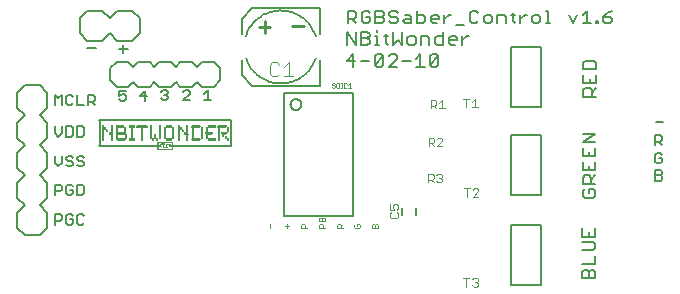
<source format=gto>
G75*
G70*
%OFA0B0*%
%FSLAX24Y24*%
%IPPOS*%
%LPD*%
%AMOC8*
5,1,8,0,0,1.08239X$1,22.5*
%
%ADD10C,0.0110*%
%ADD11C,0.0080*%
%ADD12C,0.0060*%
%ADD13C,0.0040*%
%ADD14C,0.0050*%
%ADD15C,0.0030*%
%ADD16C,0.0020*%
%ADD17C,0.0010*%
%ADD18R,0.0390X0.0003*%
%ADD19R,0.0012X0.0003*%
%ADD20R,0.0545X0.0002*%
%ADD21R,0.0550X0.0003*%
%ADD22R,0.0555X0.0002*%
%ADD23R,0.0555X0.0003*%
%ADD24R,0.0065X0.0003*%
%ADD25R,0.0030X0.0003*%
%ADD26R,0.0057X0.0002*%
%ADD27R,0.0023X0.0002*%
%ADD28R,0.0057X0.0003*%
%ADD29R,0.0020X0.0003*%
%ADD30R,0.0020X0.0002*%
%ADD31R,0.0018X0.0002*%
%ADD32R,0.0018X0.0003*%
%ADD33R,0.0120X0.0002*%
%ADD34R,0.0120X0.0003*%
%ADD35R,0.0023X0.0003*%
%ADD36R,0.0022X0.0003*%
%ADD37R,0.0022X0.0002*%
%ADD38R,0.1920X0.0003*%
%ADD39R,0.1905X0.0003*%
%ADD40R,0.1935X0.0002*%
%ADD41R,0.1920X0.0002*%
%ADD42R,0.1942X0.0003*%
%ADD43R,0.1928X0.0003*%
%ADD44R,0.2040X0.0002*%
%ADD45R,0.2023X0.0002*%
%ADD46R,0.2052X0.0003*%
%ADD47R,0.2035X0.0003*%
%ADD48R,0.2057X0.0002*%
%ADD49R,0.2043X0.0002*%
%ADD50R,0.2060X0.0003*%
%ADD51R,0.2045X0.0003*%
%ADD52R,0.2062X0.0002*%
%ADD53R,0.2048X0.0002*%
%ADD54R,0.2065X0.0003*%
%ADD55R,0.2050X0.0003*%
%ADD56R,0.2067X0.0002*%
%ADD57R,0.2053X0.0002*%
%ADD58R,0.2070X0.0003*%
%ADD59R,0.2055X0.0003*%
%ADD60R,0.2072X0.0002*%
%ADD61R,0.2058X0.0002*%
%ADD62R,0.2075X0.0003*%
%ADD63R,0.1977X0.0002*%
%ADD64R,0.1963X0.0002*%
%ADD65R,0.1977X0.0003*%
%ADD66R,0.1963X0.0003*%
%ADD67R,0.1980X0.0002*%
%ADD68R,0.1965X0.0002*%
%ADD69R,0.1980X0.0003*%
%ADD70R,0.1965X0.0003*%
%ADD71R,0.1982X0.0002*%
%ADD72R,0.1968X0.0002*%
%ADD73R,0.0105X0.0003*%
%ADD74R,0.0095X0.0003*%
%ADD75R,0.0098X0.0002*%
%ADD76R,0.0087X0.0002*%
%ADD77R,0.0093X0.0003*%
%ADD78R,0.0082X0.0003*%
%ADD79R,0.0088X0.0002*%
%ADD80R,0.0077X0.0002*%
%ADD81R,0.0085X0.0003*%
%ADD82R,0.0075X0.0003*%
%ADD83R,0.0082X0.0002*%
%ADD84R,0.0073X0.0002*%
%ADD85R,0.0080X0.0003*%
%ADD86R,0.0070X0.0003*%
%ADD87R,0.0068X0.0002*%
%ADD88R,0.0072X0.0003*%
%ADD89R,0.0025X0.0003*%
%ADD90R,0.0063X0.0003*%
%ADD91R,0.0072X0.0002*%
%ADD92R,0.0122X0.0002*%
%ADD93R,0.0063X0.0002*%
%ADD94R,0.0073X0.0003*%
%ADD95R,0.0122X0.0003*%
%ADD96R,0.0060X0.0003*%
%ADD97R,0.0070X0.0002*%
%ADD98R,0.0060X0.0002*%
%ADD99R,0.0068X0.0003*%
%ADD100R,0.0065X0.0002*%
%ADD101R,0.0025X0.0002*%
%ADD102R,0.0055X0.0002*%
%ADD103R,0.0055X0.0003*%
%ADD104R,0.0052X0.0002*%
%ADD105R,0.0130X0.0003*%
%ADD106R,0.0052X0.0003*%
%ADD107R,0.0128X0.0002*%
%ADD108R,0.0050X0.0002*%
%ADD109R,0.0128X0.0003*%
%ADD110R,0.0050X0.0003*%
%ADD111R,0.0058X0.0002*%
%ADD112R,0.0123X0.0002*%
%ADD113R,0.0047X0.0002*%
%ADD114R,0.0058X0.0003*%
%ADD115R,0.0123X0.0003*%
%ADD116R,0.0047X0.0003*%
%ADD117R,0.0045X0.0002*%
%ADD118R,0.0045X0.0003*%
%ADD119R,0.0062X0.0003*%
%ADD120R,0.0553X0.0003*%
%ADD121R,0.0550X0.0002*%
%ADD122R,0.0543X0.0003*%
%ADD123R,0.0027X0.0002*%
%ADD124R,0.0048X0.0003*%
%ADD125R,0.0242X0.0003*%
%ADD126R,0.0170X0.0003*%
%ADD127R,0.0172X0.0003*%
%ADD128R,0.0243X0.0003*%
%ADD129R,0.0210X0.0003*%
%ADD130R,0.0262X0.0002*%
%ADD131R,0.0188X0.0002*%
%ADD132R,0.0190X0.0002*%
%ADD133R,0.0225X0.0002*%
%ADD134R,0.0270X0.0003*%
%ADD135R,0.0198X0.0003*%
%ADD136R,0.0200X0.0003*%
%ADD137R,0.0235X0.0003*%
%ADD138R,0.0067X0.0003*%
%ADD139R,0.0280X0.0002*%
%ADD140R,0.0205X0.0002*%
%ADD141R,0.0277X0.0002*%
%ADD142R,0.0243X0.0002*%
%ADD143R,0.0285X0.0003*%
%ADD144R,0.0283X0.0003*%
%ADD145R,0.0247X0.0003*%
%ADD146R,0.0078X0.0002*%
%ADD147R,0.0290X0.0002*%
%ADD148R,0.0215X0.0002*%
%ADD149R,0.0287X0.0002*%
%ADD150R,0.0253X0.0002*%
%ADD151R,0.0080X0.0002*%
%ADD152R,0.0290X0.0003*%
%ADD153R,0.0218X0.0003*%
%ADD154R,0.0083X0.0003*%
%ADD155R,0.0220X0.0003*%
%ADD156R,0.0255X0.0003*%
%ADD157R,0.0085X0.0002*%
%ADD158R,0.0295X0.0002*%
%ADD159R,0.0222X0.0002*%
%ADD160R,0.0083X0.0002*%
%ADD161R,0.0220X0.0002*%
%ADD162R,0.0260X0.0002*%
%ADD163R,0.0298X0.0003*%
%ADD164R,0.0222X0.0003*%
%ADD165R,0.0087X0.0003*%
%ADD166R,0.0225X0.0003*%
%ADD167R,0.0295X0.0003*%
%ADD168R,0.0260X0.0003*%
%ADD169R,0.0300X0.0002*%
%ADD170R,0.0228X0.0002*%
%ADD171R,0.0265X0.0002*%
%ADD172R,0.0088X0.0003*%
%ADD173R,0.0300X0.0003*%
%ADD174R,0.0228X0.0003*%
%ADD175R,0.0230X0.0003*%
%ADD176R,0.0265X0.0003*%
%ADD177R,0.0230X0.0002*%
%ADD178R,0.0090X0.0002*%
%ADD179R,0.0090X0.0003*%
%ADD180R,0.0302X0.0003*%
%ADD181R,0.0302X0.0002*%
%ADD182R,0.0227X0.0003*%
%ADD183R,0.0262X0.0003*%
%ADD184R,0.0298X0.0002*%
%ADD185R,0.0075X0.0002*%
%ADD186R,0.0292X0.0002*%
%ADD187R,0.0223X0.0002*%
%ADD188R,0.0255X0.0002*%
%ADD189R,0.0292X0.0003*%
%ADD190R,0.0217X0.0003*%
%ADD191R,0.0288X0.0003*%
%ADD192R,0.0252X0.0003*%
%ADD193R,0.0067X0.0002*%
%ADD194R,0.0288X0.0002*%
%ADD195R,0.0213X0.0002*%
%ADD196R,0.0248X0.0002*%
%ADD197R,0.0282X0.0003*%
%ADD198R,0.0207X0.0003*%
%ADD199R,0.0280X0.0003*%
%ADD200R,0.0272X0.0002*%
%ADD201R,0.0053X0.0002*%
%ADD202R,0.0203X0.0002*%
%ADD203R,0.0238X0.0002*%
%ADD204R,0.0195X0.0003*%
%ADD205R,0.0043X0.0003*%
%ADD206R,0.0040X0.0003*%
%ADD207R,0.0193X0.0003*%
%ADD208R,0.0035X0.0003*%
%ADD209R,0.0043X0.0002*%
%ADD210R,0.0042X0.0002*%
%ADD211R,0.0250X0.0002*%
%ADD212R,0.0180X0.0002*%
%ADD213R,0.0012X0.0002*%
%ADD214R,0.0173X0.0002*%
%ADD215R,0.0095X0.0002*%
%ADD216R,0.0053X0.0003*%
%ADD217R,0.0038X0.0002*%
%ADD218R,0.0030X0.0002*%
%ADD219R,0.0035X0.0002*%
%ADD220R,0.0032X0.0002*%
%ADD221R,0.0062X0.0002*%
%ADD222R,0.0078X0.0003*%
%ADD223R,0.0077X0.0003*%
%ADD224R,0.0048X0.0002*%
%ADD225R,0.0042X0.0003*%
%ADD226R,0.0032X0.0003*%
%ADD227R,0.0138X0.0002*%
%ADD228R,0.0108X0.0003*%
%ADD229R,0.0258X0.0003*%
%ADD230R,0.0215X0.0003*%
%ADD231R,0.0155X0.0003*%
%ADD232R,0.0267X0.0002*%
%ADD233R,0.0165X0.0002*%
%ADD234R,0.0277X0.0003*%
%ADD235R,0.0140X0.0002*%
%ADD236R,0.0283X0.0002*%
%ADD237R,0.0245X0.0002*%
%ADD238R,0.0175X0.0002*%
%ADD239R,0.0145X0.0003*%
%ADD240R,0.0287X0.0003*%
%ADD241R,0.0250X0.0003*%
%ADD242R,0.0180X0.0003*%
%ADD243R,0.0150X0.0002*%
%ADD244R,0.0185X0.0002*%
%ADD245R,0.0150X0.0003*%
%ADD246R,0.0257X0.0003*%
%ADD247R,0.0187X0.0003*%
%ADD248R,0.0155X0.0002*%
%ADD249R,0.0263X0.0003*%
%ADD250R,0.0157X0.0002*%
%ADD251R,0.0263X0.0002*%
%ADD252R,0.0193X0.0002*%
%ADD253R,0.0160X0.0003*%
%ADD254R,0.0160X0.0002*%
%ADD255R,0.0195X0.0002*%
%ADD256R,0.0267X0.0003*%
%ADD257R,0.0190X0.0003*%
%ADD258R,0.0187X0.0002*%
%ADD259R,0.0152X0.0003*%
%ADD260R,0.0185X0.0003*%
%ADD261R,0.0257X0.0002*%
%ADD262R,0.0183X0.0002*%
%ADD263R,0.0148X0.0003*%
%ADD264R,0.0177X0.0003*%
%ADD265R,0.0142X0.0002*%
%ADD266R,0.0285X0.0002*%
%ADD267R,0.0138X0.0003*%
%ADD268R,0.0245X0.0003*%
%ADD269R,0.0167X0.0003*%
%ADD270R,0.0130X0.0002*%
%ADD271R,0.0270X0.0002*%
%ADD272R,0.0240X0.0002*%
%ADD273R,0.0140X0.0003*%
%ADD274R,0.0112X0.0002*%
%ADD275R,0.0218X0.0002*%
%ADD276R,0.0040X0.0002*%
%ADD277R,0.0105X0.0002*%
%ADD278R,0.0117X0.0003*%
%ADD279R,0.0127X0.0002*%
%ADD280R,0.0133X0.0003*%
%ADD281R,0.0143X0.0002*%
%ADD282R,0.0147X0.0002*%
%ADD283R,0.0153X0.0003*%
%ADD284R,0.0157X0.0003*%
%ADD285R,0.0163X0.0002*%
%ADD286R,0.0163X0.0003*%
%ADD287R,0.0135X0.0003*%
%ADD288R,0.0125X0.0002*%
%ADD289R,0.0115X0.0003*%
%ADD290R,0.0173X0.0003*%
%ADD291R,0.0315X0.0003*%
%ADD292R,0.0162X0.0003*%
%ADD293R,0.0253X0.0003*%
%ADD294R,0.0208X0.0003*%
%ADD295R,0.0333X0.0002*%
%ADD296R,0.0237X0.0003*%
%ADD297R,0.0343X0.0003*%
%ADD298R,0.0203X0.0003*%
%ADD299R,0.0272X0.0003*%
%ADD300R,0.0273X0.0003*%
%ADD301R,0.0208X0.0002*%
%ADD302R,0.0353X0.0002*%
%ADD303R,0.0207X0.0002*%
%ADD304R,0.0212X0.0003*%
%ADD305R,0.0357X0.0003*%
%ADD306R,0.0363X0.0002*%
%ADD307R,0.0217X0.0002*%
%ADD308R,0.0367X0.0003*%
%ADD309R,0.0223X0.0003*%
%ADD310R,0.0293X0.0003*%
%ADD311R,0.0367X0.0002*%
%ADD312R,0.0297X0.0002*%
%ADD313R,0.0370X0.0003*%
%ADD314R,0.0373X0.0002*%
%ADD315R,0.0227X0.0002*%
%ADD316R,0.0373X0.0003*%
%ADD317R,0.0375X0.0002*%
%ADD318R,0.0303X0.0002*%
%ADD319R,0.0375X0.0003*%
%ADD320R,0.0305X0.0003*%
%ADD321R,0.0305X0.0002*%
%ADD322R,0.0370X0.0002*%
%ADD323R,0.0365X0.0002*%
%ADD324R,0.0363X0.0003*%
%ADD325R,0.0247X0.0002*%
%ADD326R,0.0212X0.0002*%
%ADD327R,0.0357X0.0002*%
%ADD328R,0.0350X0.0003*%
%ADD329R,0.0278X0.0003*%
%ADD330R,0.0240X0.0003*%
%ADD331R,0.0235X0.0002*%
%ADD332R,0.0200X0.0002*%
%ADD333R,0.0343X0.0002*%
%ADD334R,0.0273X0.0002*%
%ADD335R,0.0333X0.0003*%
%ADD336R,0.0167X0.0002*%
%ADD337R,0.0313X0.0002*%
%ADD338R,0.0178X0.0002*%
%ADD339R,0.0242X0.0002*%
%ADD340R,0.0210X0.0002*%
%ADD341R,0.0093X0.0002*%
%ADD342R,0.0100X0.0003*%
%ADD343R,0.4430X0.0003*%
%ADD344R,0.4425X0.0002*%
%ADD345R,0.4425X0.0003*%
%ADD346R,0.4420X0.0002*%
%ADD347R,0.4420X0.0003*%
%ADD348R,0.4415X0.0002*%
%ADD349R,0.4410X0.0003*%
%ADD350R,0.4405X0.0002*%
%ADD351R,0.4400X0.0003*%
%ADD352R,0.4395X0.0002*%
%ADD353R,0.4390X0.0003*%
%ADD354R,0.4385X0.0002*%
%ADD355R,0.4380X0.0003*%
%ADD356R,0.4370X0.0002*%
%ADD357R,0.4360X0.0003*%
%ADD358R,0.4350X0.0002*%
%ADD359R,0.4330X0.0003*%
%ADD360R,0.4305X0.0002*%
D10*
X009269Y009588D02*
X009269Y009982D01*
X009072Y009785D02*
X009466Y009785D01*
X010176Y009814D02*
X010570Y009814D01*
D11*
X001782Y002850D02*
X001282Y002850D01*
X001032Y003100D01*
X001032Y003600D01*
X001282Y003850D01*
X001032Y004100D01*
X001032Y004600D01*
X001282Y004850D01*
X001032Y005100D01*
X001032Y005600D01*
X001282Y005850D01*
X001032Y006100D01*
X001032Y006600D01*
X001282Y006850D01*
X001032Y007100D01*
X001032Y007600D01*
X001282Y007850D01*
X001782Y007850D01*
X002032Y007600D01*
X002032Y007100D01*
X001782Y006850D01*
X002032Y006600D01*
X002032Y006100D01*
X001782Y005850D01*
X002032Y005600D01*
X002032Y005100D01*
X001782Y004850D01*
X002032Y004600D01*
X002032Y004100D01*
X001782Y003850D01*
X002032Y003600D01*
X002032Y003100D01*
X001782Y002850D01*
X008513Y008177D02*
X008868Y007823D01*
X011112Y007823D01*
X011112Y008689D01*
X012022Y008665D02*
X012302Y008665D01*
X012482Y008665D02*
X012763Y008665D01*
X012943Y008805D02*
X013013Y008875D01*
X013153Y008875D01*
X013223Y008805D01*
X012943Y008525D01*
X013013Y008455D01*
X013153Y008455D01*
X013223Y008525D01*
X013223Y008805D01*
X013403Y008805D02*
X013473Y008875D01*
X013613Y008875D01*
X013683Y008805D01*
X013683Y008735D01*
X013403Y008455D01*
X013683Y008455D01*
X013864Y008665D02*
X014144Y008665D01*
X014324Y008735D02*
X014464Y008875D01*
X014464Y008455D01*
X014324Y008455D02*
X014604Y008455D01*
X014784Y008525D02*
X015064Y008805D01*
X015064Y008525D01*
X014994Y008455D01*
X014854Y008455D01*
X014784Y008525D01*
X014784Y008805D01*
X014854Y008875D01*
X014994Y008875D01*
X015064Y008805D01*
X015017Y009199D02*
X014947Y009269D01*
X014947Y009409D01*
X015017Y009479D01*
X015227Y009479D01*
X015227Y009619D02*
X015227Y009199D01*
X015017Y009199D01*
X014767Y009199D02*
X014767Y009409D01*
X014697Y009479D01*
X014487Y009479D01*
X014487Y009199D01*
X014307Y009269D02*
X014307Y009409D01*
X014236Y009479D01*
X014096Y009479D01*
X014026Y009409D01*
X014026Y009269D01*
X014096Y009199D01*
X014236Y009199D01*
X014307Y009269D01*
X013846Y009199D02*
X013846Y009619D01*
X013566Y009619D02*
X013566Y009199D01*
X013706Y009339D01*
X013846Y009199D01*
X013399Y009199D02*
X013329Y009269D01*
X013329Y009549D01*
X013259Y009479D02*
X013399Y009479D01*
X013022Y009479D02*
X013022Y009199D01*
X012952Y009199D02*
X013092Y009199D01*
X012772Y009269D02*
X012772Y009339D01*
X012702Y009409D01*
X012492Y009409D01*
X012702Y009409D02*
X012772Y009479D01*
X012772Y009549D01*
X012702Y009619D01*
X012492Y009619D01*
X012492Y009199D01*
X012702Y009199D01*
X012772Y009269D01*
X012312Y009199D02*
X012312Y009619D01*
X012031Y009619D02*
X012312Y009199D01*
X012031Y009199D02*
X012031Y009619D01*
X012045Y009917D02*
X012045Y010337D01*
X012255Y010337D01*
X012325Y010267D01*
X012325Y010127D01*
X012255Y010057D01*
X012045Y010057D01*
X012185Y010057D02*
X012325Y009917D01*
X012506Y009987D02*
X012576Y009917D01*
X012716Y009917D01*
X012786Y009987D01*
X012786Y010127D01*
X012646Y010127D01*
X012786Y010267D02*
X012716Y010337D01*
X012576Y010337D01*
X012506Y010267D01*
X012506Y009987D01*
X012966Y009917D02*
X013176Y009917D01*
X013246Y009987D01*
X013246Y010057D01*
X013176Y010127D01*
X012966Y010127D01*
X013176Y010127D02*
X013246Y010197D01*
X013246Y010267D01*
X013176Y010337D01*
X012966Y010337D01*
X012966Y009917D01*
X013022Y009689D02*
X013022Y009619D01*
X013022Y009479D02*
X012952Y009479D01*
X013426Y009987D02*
X013496Y009917D01*
X013636Y009917D01*
X013706Y009987D01*
X013706Y010057D01*
X013636Y010127D01*
X013496Y010127D01*
X013426Y010197D01*
X013426Y010267D01*
X013496Y010337D01*
X013636Y010337D01*
X013706Y010267D01*
X013957Y010197D02*
X014097Y010197D01*
X014167Y010127D01*
X014167Y009917D01*
X013957Y009917D01*
X013887Y009987D01*
X013957Y010057D01*
X014167Y010057D01*
X014347Y009917D02*
X014557Y009917D01*
X014627Y009987D01*
X014627Y010127D01*
X014557Y010197D01*
X014347Y010197D01*
X014807Y010127D02*
X014807Y009987D01*
X014877Y009917D01*
X015017Y009917D01*
X015088Y010057D02*
X014807Y010057D01*
X014807Y010127D02*
X014877Y010197D01*
X015017Y010197D01*
X015088Y010127D01*
X015088Y010057D01*
X015268Y010057D02*
X015408Y010197D01*
X015478Y010197D01*
X015268Y010197D02*
X015268Y009917D01*
X015651Y009847D02*
X015932Y009847D01*
X016112Y009987D02*
X016182Y009917D01*
X016322Y009917D01*
X016392Y009987D01*
X016572Y009987D02*
X016642Y009917D01*
X016782Y009917D01*
X016852Y009987D01*
X016852Y010127D01*
X016782Y010197D01*
X016642Y010197D01*
X016572Y010127D01*
X016572Y009987D01*
X016112Y009987D02*
X016112Y010267D01*
X016182Y010337D01*
X016322Y010337D01*
X016392Y010267D01*
X017032Y010197D02*
X017243Y010197D01*
X017313Y010127D01*
X017313Y009917D01*
X017563Y009987D02*
X017633Y009917D01*
X017563Y009987D02*
X017563Y010267D01*
X017493Y010197D02*
X017633Y010197D01*
X017800Y010197D02*
X017800Y009917D01*
X017800Y010057D02*
X017940Y010197D01*
X018010Y010197D01*
X018183Y010127D02*
X018183Y009987D01*
X018253Y009917D01*
X018393Y009917D01*
X018463Y009987D01*
X018463Y010127D01*
X018393Y010197D01*
X018253Y010197D01*
X018183Y010127D01*
X018644Y009917D02*
X018784Y009917D01*
X018714Y009917D02*
X018714Y010337D01*
X018644Y010337D01*
X019411Y010197D02*
X019551Y009917D01*
X019691Y010197D01*
X019871Y010197D02*
X020011Y010337D01*
X020011Y009917D01*
X019871Y009917D02*
X020151Y009917D01*
X020332Y009917D02*
X020332Y009987D01*
X020402Y009987D01*
X020402Y009917D01*
X020332Y009917D01*
X020562Y009987D02*
X020632Y009917D01*
X020772Y009917D01*
X020842Y009987D01*
X020842Y010057D01*
X020772Y010127D01*
X020562Y010127D01*
X020562Y009987D01*
X020562Y010127D02*
X020702Y010267D01*
X020842Y010337D01*
X020246Y008664D02*
X019965Y008664D01*
X019895Y008594D01*
X019895Y008384D01*
X020316Y008384D01*
X020316Y008594D01*
X020246Y008664D01*
X020316Y008204D02*
X020316Y007923D01*
X019895Y007923D01*
X019895Y008204D01*
X020105Y008063D02*
X020105Y007923D01*
X020105Y007743D02*
X020175Y007673D01*
X020175Y007463D01*
X020175Y007603D02*
X020316Y007743D01*
X020105Y007743D02*
X019965Y007743D01*
X019895Y007673D01*
X019895Y007463D01*
X020316Y007463D01*
X020300Y006222D02*
X019880Y006222D01*
X019880Y005941D02*
X020300Y006222D01*
X020300Y005941D02*
X019880Y005941D01*
X019880Y005761D02*
X019880Y005481D01*
X020300Y005481D01*
X020300Y005761D01*
X020090Y005621D02*
X020090Y005481D01*
X019880Y005301D02*
X019880Y005021D01*
X020300Y005021D01*
X020300Y005301D01*
X020090Y005161D02*
X020090Y005021D01*
X020090Y004841D02*
X020160Y004770D01*
X020160Y004560D01*
X020300Y004560D02*
X019880Y004560D01*
X019880Y004770D01*
X019950Y004841D01*
X020090Y004841D01*
X020160Y004700D02*
X020300Y004841D01*
X020230Y004380D02*
X020090Y004380D01*
X020090Y004240D01*
X019950Y004100D02*
X020230Y004100D01*
X020300Y004170D01*
X020300Y004310D01*
X020230Y004380D01*
X019950Y004380D02*
X019880Y004310D01*
X019880Y004170D01*
X019950Y004100D01*
X019865Y003083D02*
X019865Y002803D01*
X020285Y002803D01*
X020285Y003083D01*
X020075Y002943D02*
X020075Y002803D01*
X020215Y002623D02*
X019865Y002623D01*
X019865Y002343D02*
X020215Y002343D01*
X020285Y002413D01*
X020285Y002553D01*
X020215Y002623D01*
X020285Y002162D02*
X020285Y001882D01*
X019865Y001882D01*
X019935Y001702D02*
X020005Y001702D01*
X020075Y001632D01*
X020075Y001422D01*
X020285Y001422D02*
X019865Y001422D01*
X019865Y001632D01*
X019935Y001702D01*
X020075Y001632D02*
X020145Y001702D01*
X020215Y001702D01*
X020285Y001632D01*
X020285Y001422D01*
X008513Y008177D02*
X008513Y008689D01*
X008652Y009496D02*
X008675Y009561D01*
X008701Y009624D01*
X008731Y009685D01*
X008765Y009745D01*
X008801Y009803D01*
X008841Y009859D01*
X008884Y009912D01*
X008930Y009963D01*
X008979Y010011D01*
X009030Y010056D01*
X009084Y010099D01*
X009140Y010138D01*
X009198Y010174D01*
X009259Y010207D01*
X009321Y010236D01*
X009384Y010262D01*
X009449Y010284D01*
X009515Y010303D01*
X009582Y010317D01*
X009649Y010328D01*
X009718Y010335D01*
X009786Y010339D01*
X009855Y010338D01*
X009923Y010334D01*
X009991Y010325D01*
X010058Y010313D01*
X010125Y010298D01*
X010191Y010278D01*
X010255Y010255D01*
X010318Y010228D01*
X010380Y010197D01*
X010439Y010164D01*
X010497Y010127D01*
X010552Y010086D01*
X010605Y010043D01*
X010656Y009997D01*
X010704Y009948D01*
X010749Y009896D01*
X010791Y009842D01*
X010830Y009786D01*
X010866Y009727D01*
X010898Y009667D01*
X010927Y009605D01*
X010953Y009541D01*
X010974Y009476D01*
X011112Y009555D02*
X011112Y010421D01*
X008868Y010421D01*
X008513Y010067D01*
X008513Y009555D01*
X008652Y008768D02*
X008673Y008703D01*
X008699Y008639D01*
X008728Y008577D01*
X008760Y008517D01*
X008796Y008458D01*
X008835Y008402D01*
X008877Y008348D01*
X008922Y008296D01*
X008970Y008247D01*
X009021Y008201D01*
X009074Y008158D01*
X009129Y008117D01*
X009187Y008080D01*
X009246Y008047D01*
X009308Y008016D01*
X009371Y007989D01*
X009435Y007966D01*
X009501Y007946D01*
X009568Y007931D01*
X009635Y007919D01*
X009703Y007910D01*
X009771Y007906D01*
X009840Y007905D01*
X009908Y007909D01*
X009977Y007916D01*
X010044Y007927D01*
X010111Y007941D01*
X010177Y007960D01*
X010242Y007982D01*
X010305Y008008D01*
X010367Y008037D01*
X010428Y008070D01*
X010486Y008106D01*
X010542Y008145D01*
X010596Y008188D01*
X010647Y008233D01*
X010696Y008281D01*
X010742Y008332D01*
X010785Y008385D01*
X010825Y008441D01*
X010861Y008499D01*
X010895Y008559D01*
X010925Y008620D01*
X010951Y008683D01*
X010974Y008748D01*
X012022Y008665D02*
X012232Y008875D01*
X012232Y008455D01*
X012943Y008525D02*
X012943Y008805D01*
X014347Y009917D02*
X014347Y010337D01*
X015407Y009409D02*
X015477Y009479D01*
X015618Y009479D01*
X015688Y009409D01*
X015688Y009339D01*
X015407Y009339D01*
X015407Y009269D02*
X015407Y009409D01*
X015407Y009269D02*
X015477Y009199D01*
X015618Y009199D01*
X015868Y009199D02*
X015868Y009479D01*
X016008Y009479D02*
X016078Y009479D01*
X016008Y009479D02*
X015868Y009339D01*
X017032Y009917D02*
X017032Y010197D01*
X005106Y010084D02*
X005106Y009584D01*
X004856Y009334D01*
X004356Y009334D01*
X004106Y009584D01*
X003856Y009334D01*
X003356Y009334D01*
X003106Y009584D01*
X003106Y010084D01*
X003356Y010334D01*
X003856Y010334D01*
X004106Y010084D01*
X004356Y010334D01*
X004856Y010334D01*
X005106Y010084D01*
X004565Y009190D02*
X004565Y008910D01*
X004425Y009050D02*
X004706Y009050D01*
X003644Y009097D02*
X003364Y009097D01*
D12*
X005816Y007635D02*
X005873Y007691D01*
X005986Y007691D01*
X006043Y007635D01*
X006043Y007578D01*
X005986Y007521D01*
X006043Y007465D01*
X006043Y007408D01*
X005986Y007351D01*
X005873Y007351D01*
X005816Y007408D01*
X005929Y007521D02*
X005986Y007521D01*
X006555Y007625D02*
X006612Y007681D01*
X006725Y007681D01*
X006782Y007625D01*
X006782Y007568D01*
X006555Y007341D01*
X006782Y007341D01*
X007266Y007340D02*
X007493Y007340D01*
X007379Y007340D02*
X007379Y007681D01*
X007266Y007567D01*
X005343Y007501D02*
X005117Y007501D01*
X005287Y007671D01*
X005287Y007331D01*
X004651Y007388D02*
X004651Y007501D01*
X004595Y007558D01*
X004538Y007558D01*
X004424Y007501D01*
X004424Y007671D01*
X004651Y007671D01*
X004651Y007388D02*
X004595Y007331D01*
X004481Y007331D01*
X004424Y007388D01*
X003619Y007355D02*
X003562Y007299D01*
X003392Y007299D01*
X003506Y007299D02*
X003619Y007185D01*
X003392Y007185D02*
X003392Y007526D01*
X003562Y007526D01*
X003619Y007469D01*
X003619Y007355D01*
X003251Y007185D02*
X003024Y007185D01*
X003024Y007526D01*
X002883Y007469D02*
X002826Y007526D01*
X002712Y007526D01*
X002656Y007469D01*
X002656Y007242D01*
X002712Y007185D01*
X002826Y007185D01*
X002883Y007242D01*
X002514Y007185D02*
X002514Y007526D01*
X002401Y007412D01*
X002287Y007526D01*
X002287Y007185D01*
X002287Y006477D02*
X002287Y006250D01*
X002401Y006136D01*
X002514Y006250D01*
X002514Y006477D01*
X002656Y006477D02*
X002826Y006477D01*
X002883Y006420D01*
X002883Y006193D01*
X002826Y006136D01*
X002656Y006136D01*
X002656Y006477D01*
X003024Y006477D02*
X003194Y006477D01*
X003251Y006420D01*
X003251Y006193D01*
X003194Y006136D01*
X003024Y006136D01*
X003024Y006477D01*
X003081Y005485D02*
X003024Y005428D01*
X003024Y005372D01*
X003081Y005315D01*
X003194Y005315D01*
X003251Y005258D01*
X003251Y005202D01*
X003194Y005145D01*
X003081Y005145D01*
X003024Y005202D01*
X002883Y005202D02*
X002826Y005145D01*
X002712Y005145D01*
X002656Y005202D01*
X002712Y005315D02*
X002826Y005315D01*
X002883Y005258D01*
X002883Y005202D01*
X002712Y005315D02*
X002656Y005372D01*
X002656Y005428D01*
X002712Y005485D01*
X002826Y005485D01*
X002883Y005428D01*
X003081Y005485D02*
X003194Y005485D01*
X003251Y005428D01*
X002514Y005485D02*
X002514Y005258D01*
X002401Y005145D01*
X002287Y005258D01*
X002287Y005485D01*
X002288Y004534D02*
X002458Y004534D01*
X002514Y004477D01*
X002514Y004364D01*
X002458Y004307D01*
X002288Y004307D01*
X002288Y004194D02*
X002288Y004534D01*
X002656Y004477D02*
X002656Y004250D01*
X002713Y004194D01*
X002826Y004194D01*
X002883Y004250D01*
X002883Y004364D01*
X002769Y004364D01*
X002656Y004477D02*
X002713Y004534D01*
X002826Y004534D01*
X002883Y004477D01*
X003024Y004534D02*
X003194Y004534D01*
X003251Y004477D01*
X003251Y004250D01*
X003194Y004194D01*
X003024Y004194D01*
X003024Y004534D01*
X003081Y003544D02*
X003024Y003487D01*
X003024Y003260D01*
X003081Y003203D01*
X003194Y003203D01*
X003251Y003260D01*
X002883Y003260D02*
X002883Y003373D01*
X002769Y003373D01*
X002656Y003260D02*
X002713Y003203D01*
X002826Y003203D01*
X002883Y003260D01*
X002656Y003260D02*
X002656Y003487D01*
X002713Y003544D01*
X002826Y003544D01*
X002883Y003487D01*
X003081Y003544D02*
X003194Y003544D01*
X003251Y003487D01*
X002514Y003487D02*
X002514Y003373D01*
X002458Y003317D01*
X002288Y003317D01*
X002288Y003203D02*
X002288Y003544D01*
X002458Y003544D01*
X002514Y003487D01*
X009931Y003495D02*
X009931Y007589D01*
X012234Y007589D01*
X012234Y003495D01*
X009931Y003495D01*
X013856Y003534D02*
X013856Y003770D01*
X014329Y003770D02*
X014329Y003534D01*
X022299Y004671D02*
X022469Y004671D01*
X022526Y004728D01*
X022526Y004784D01*
X022469Y004841D01*
X022299Y004841D01*
X022299Y004671D02*
X022299Y005011D01*
X022469Y005011D01*
X022526Y004954D01*
X022526Y004898D01*
X022469Y004841D01*
X022463Y005244D02*
X022520Y005301D01*
X022520Y005414D01*
X022406Y005414D01*
X022293Y005301D02*
X022350Y005244D01*
X022463Y005244D01*
X022293Y005301D02*
X022293Y005528D01*
X022350Y005584D01*
X022463Y005584D01*
X022520Y005528D01*
X022520Y005843D02*
X022406Y005956D01*
X022463Y005956D02*
X022293Y005956D01*
X022293Y005843D02*
X022293Y006183D01*
X022463Y006183D01*
X022520Y006127D01*
X022520Y006013D01*
X022463Y005956D01*
X022549Y006634D02*
X022322Y006634D01*
X010134Y007205D02*
X010136Y007231D01*
X010142Y007257D01*
X010151Y007282D01*
X010164Y007305D01*
X010180Y007326D01*
X010199Y007344D01*
X010221Y007360D01*
X010244Y007372D01*
X010269Y007380D01*
X010295Y007385D01*
X010322Y007386D01*
X010348Y007383D01*
X010373Y007376D01*
X010398Y007366D01*
X010420Y007352D01*
X010441Y007335D01*
X010458Y007316D01*
X010473Y007294D01*
X010484Y007270D01*
X010492Y007244D01*
X010496Y007218D01*
X010496Y007192D01*
X010492Y007166D01*
X010484Y007140D01*
X010473Y007116D01*
X010458Y007094D01*
X010441Y007075D01*
X010420Y007058D01*
X010398Y007044D01*
X010373Y007034D01*
X010348Y007027D01*
X010322Y007024D01*
X010295Y007025D01*
X010269Y007030D01*
X010244Y007038D01*
X010221Y007050D01*
X010199Y007066D01*
X010180Y007084D01*
X010164Y007105D01*
X010151Y007128D01*
X010142Y007153D01*
X010136Y007179D01*
X010134Y007205D01*
D13*
X010070Y008153D02*
X010070Y008613D01*
X009917Y008460D01*
X009763Y008536D02*
X009687Y008613D01*
X009533Y008613D01*
X009456Y008536D01*
X009456Y008229D01*
X009533Y008153D01*
X009687Y008153D01*
X009763Y008229D01*
X009917Y008153D02*
X010224Y008153D01*
X011123Y003438D02*
X011156Y003438D01*
X011190Y003405D01*
X011190Y003305D01*
X011190Y003217D02*
X011223Y003184D01*
X011223Y003084D01*
X011290Y003084D02*
X011090Y003084D01*
X011090Y003184D01*
X011123Y003217D01*
X011190Y003217D01*
X011290Y003305D02*
X011090Y003305D01*
X011090Y003405D01*
X011123Y003438D01*
X011190Y003405D02*
X011223Y003438D01*
X011256Y003438D01*
X011290Y003405D01*
X011290Y003305D01*
X011670Y003186D02*
X011703Y003219D01*
X011770Y003219D01*
X011803Y003186D01*
X011803Y003086D01*
X011803Y003153D02*
X011870Y003219D01*
X011870Y003086D02*
X011670Y003086D01*
X011670Y003186D01*
X012252Y003186D02*
X012252Y003120D01*
X012285Y003086D01*
X012419Y003086D01*
X012452Y003120D01*
X012452Y003186D01*
X012419Y003220D01*
X012352Y003220D01*
X012352Y003153D01*
X012285Y003220D02*
X012252Y003186D01*
X012864Y003195D02*
X012864Y003095D01*
X013064Y003095D01*
X013064Y003195D01*
X013031Y003229D01*
X012998Y003229D01*
X012964Y003195D01*
X012964Y003095D01*
X012964Y003195D02*
X012931Y003229D01*
X012898Y003229D01*
X012864Y003195D01*
X010695Y003095D02*
X010495Y003095D01*
X010495Y003195D01*
X010528Y003229D01*
X010595Y003229D01*
X010629Y003195D01*
X010629Y003095D01*
X010098Y003155D02*
X009965Y003155D01*
X010031Y003089D02*
X010031Y003222D01*
X009436Y003214D02*
X009436Y003081D01*
D14*
X017493Y003182D02*
X017493Y001182D01*
X018493Y001182D01*
X018493Y003182D01*
X017493Y003182D01*
X017493Y004182D02*
X017493Y006182D01*
X018493Y006182D01*
X018493Y004182D01*
X017493Y004182D01*
X017493Y007132D02*
X017493Y009132D01*
X018493Y009132D01*
X018493Y007132D01*
X017493Y007132D01*
X007786Y008017D02*
X007570Y007801D01*
X007176Y007801D01*
X007019Y007958D01*
X006861Y007801D01*
X006467Y007801D01*
X006310Y007958D01*
X006152Y007801D01*
X005759Y007801D01*
X005601Y007958D01*
X005444Y007801D01*
X005050Y007801D01*
X004893Y007958D01*
X004735Y007801D01*
X004341Y007801D01*
X004125Y008017D01*
X004125Y008411D01*
X004341Y008628D01*
X004735Y008628D01*
X004893Y008470D01*
X005050Y008628D01*
X005444Y008628D01*
X005601Y008470D01*
X005759Y008628D01*
X006152Y008628D01*
X006310Y008470D01*
X006467Y008628D01*
X006861Y008628D01*
X007019Y008470D01*
X007176Y008628D01*
X007570Y008628D01*
X007786Y008411D01*
X007786Y008017D01*
D15*
X015883Y007401D02*
X016076Y007401D01*
X015980Y007401D02*
X015980Y007111D01*
X016177Y007111D02*
X016371Y007111D01*
X016274Y007111D02*
X016274Y007401D01*
X016177Y007304D01*
X016105Y004415D02*
X015911Y004415D01*
X016008Y004415D02*
X016008Y004124D01*
X016206Y004124D02*
X016400Y004318D01*
X016400Y004366D01*
X016351Y004415D01*
X016254Y004415D01*
X016206Y004366D01*
X016206Y004124D02*
X016400Y004124D01*
X016341Y001427D02*
X016390Y001379D01*
X016390Y001330D01*
X016341Y001282D01*
X016390Y001234D01*
X016390Y001185D01*
X016341Y001137D01*
X016245Y001137D01*
X016196Y001185D01*
X016293Y001282D02*
X016341Y001282D01*
X016245Y001427D02*
X016196Y001379D01*
X016245Y001427D02*
X016341Y001427D01*
X016095Y001427D02*
X015902Y001427D01*
X015998Y001427D02*
X015998Y001137D01*
D16*
X013680Y003419D02*
X013493Y003419D01*
X013446Y003465D01*
X013446Y003559D01*
X013493Y003606D01*
X013446Y003695D02*
X013586Y003695D01*
X013540Y003788D01*
X013540Y003835D01*
X013586Y003882D01*
X013680Y003882D01*
X013726Y003835D01*
X013726Y003742D01*
X013680Y003695D01*
X013680Y003606D02*
X013726Y003559D01*
X013726Y003465D01*
X013680Y003419D01*
X013446Y003695D02*
X013446Y003882D01*
X014724Y004610D02*
X014724Y004890D01*
X014864Y004890D01*
X014911Y004844D01*
X014911Y004750D01*
X014864Y004704D01*
X014724Y004704D01*
X014817Y004704D02*
X014911Y004610D01*
X015000Y004657D02*
X015047Y004610D01*
X015140Y004610D01*
X015187Y004657D01*
X015187Y004704D01*
X015140Y004750D01*
X015093Y004750D01*
X015140Y004750D02*
X015187Y004797D01*
X015187Y004844D01*
X015140Y004890D01*
X015047Y004890D01*
X015000Y004844D01*
X015013Y005812D02*
X015200Y005999D01*
X015200Y006045D01*
X015154Y006092D01*
X015060Y006092D01*
X015013Y006045D01*
X014924Y006045D02*
X014924Y005952D01*
X014877Y005905D01*
X014737Y005905D01*
X014737Y005812D02*
X014737Y006092D01*
X014877Y006092D01*
X014924Y006045D01*
X014831Y005905D02*
X014924Y005812D01*
X015013Y005812D02*
X015200Y005812D01*
X015183Y007074D02*
X015183Y007354D01*
X015090Y007261D01*
X015000Y007307D02*
X015000Y007214D01*
X014954Y007167D01*
X014813Y007167D01*
X014813Y007074D02*
X014813Y007354D01*
X014954Y007354D01*
X015000Y007307D01*
X014907Y007167D02*
X015000Y007074D01*
X015090Y007074D02*
X015276Y007074D01*
D17*
X012158Y007767D02*
X012058Y007767D01*
X012108Y007767D02*
X012108Y007917D01*
X012058Y007867D01*
X012011Y007892D02*
X011985Y007917D01*
X011935Y007917D01*
X011910Y007892D01*
X011910Y007792D01*
X011935Y007767D01*
X011985Y007767D01*
X012011Y007792D01*
X011862Y007767D02*
X011812Y007767D01*
X011837Y007767D02*
X011837Y007917D01*
X011812Y007917D02*
X011862Y007917D01*
X011765Y007892D02*
X011740Y007917D01*
X011690Y007917D01*
X011665Y007892D01*
X011665Y007792D01*
X011690Y007767D01*
X011740Y007767D01*
X011765Y007792D01*
X011765Y007892D01*
X011618Y007892D02*
X011593Y007917D01*
X011543Y007917D01*
X011518Y007892D01*
X011518Y007867D01*
X011543Y007842D01*
X011593Y007842D01*
X011618Y007817D01*
X011618Y007792D01*
X011593Y007767D01*
X011543Y007767D01*
X011518Y007792D01*
D18*
X005882Y005686D03*
D19*
X006211Y005686D03*
D20*
X005952Y005688D03*
D21*
X005952Y005691D03*
D22*
X005952Y005693D03*
X005952Y005698D03*
X005952Y005703D03*
X005952Y005908D03*
X005952Y005913D03*
X005952Y005918D03*
D23*
X005952Y005916D03*
X005952Y005911D03*
X005952Y005701D03*
X005952Y005696D03*
D24*
X005707Y005706D03*
X005697Y005991D03*
X005554Y005991D03*
X005482Y006136D03*
X005189Y005991D03*
X004649Y006136D03*
X004649Y006191D03*
X004364Y006351D03*
X004174Y006406D03*
X003887Y006261D03*
X003887Y006136D03*
X003887Y006116D03*
X003887Y005991D03*
X003774Y005861D03*
X004174Y005991D03*
X005189Y006261D03*
X005189Y006351D03*
X005482Y006406D03*
X005772Y006406D03*
X005769Y006261D03*
X005944Y006281D03*
X005944Y006351D03*
X006229Y006351D03*
X006229Y006261D03*
X006412Y006136D03*
X006412Y006116D03*
X006412Y005991D03*
X006699Y005991D03*
X006889Y006281D03*
X006699Y006406D03*
X007174Y006331D03*
X007344Y006351D03*
X007757Y006206D03*
X007757Y006116D03*
X007972Y006116D03*
X008044Y005991D03*
X008044Y006331D03*
X005944Y006136D03*
X003774Y006611D03*
D25*
X005484Y006056D03*
X005622Y006056D03*
X006214Y005706D03*
X007972Y006056D03*
X008044Y006271D03*
D26*
X007973Y006118D03*
X007758Y005988D03*
X007343Y006348D03*
X006888Y006278D03*
X005943Y006063D03*
X005703Y005893D03*
X005703Y005888D03*
X005703Y005883D03*
X005703Y005878D03*
X005703Y005873D03*
X005703Y005868D03*
X005703Y005863D03*
X005703Y005858D03*
X005703Y005853D03*
X005703Y005848D03*
X005703Y005843D03*
X005703Y005838D03*
X005703Y005833D03*
X005703Y005828D03*
X005703Y005778D03*
X005703Y005773D03*
X005703Y005768D03*
X005703Y005763D03*
X005703Y005758D03*
X005703Y005753D03*
X005703Y005748D03*
X005703Y005743D03*
X005703Y005738D03*
X005703Y005733D03*
X005703Y005728D03*
X005703Y005723D03*
X005703Y005718D03*
X005703Y005713D03*
X005703Y005708D03*
X005553Y005988D03*
X005188Y005988D03*
X005188Y006263D03*
X005188Y006348D03*
X005188Y006413D03*
X005483Y006408D03*
X004363Y006348D03*
X008158Y006613D03*
D27*
X006218Y005903D03*
X006218Y005708D03*
X005928Y005768D03*
X005928Y005773D03*
X005928Y005778D03*
X005928Y005783D03*
X005928Y005788D03*
X005928Y005793D03*
X005928Y005798D03*
X005928Y005803D03*
X005928Y005808D03*
X005928Y005813D03*
X005928Y005818D03*
X005928Y005823D03*
X005928Y005828D03*
X005928Y005833D03*
X005928Y005838D03*
X005928Y005843D03*
X005928Y005848D03*
X005928Y005853D03*
X005553Y005983D03*
X005188Y005983D03*
X004648Y006198D03*
D28*
X004363Y006121D03*
X005188Y006061D03*
X005483Y006061D03*
X005483Y006336D03*
X005483Y006421D03*
X005943Y006121D03*
X005703Y005896D03*
X005703Y005891D03*
X005703Y005886D03*
X005703Y005881D03*
X005703Y005876D03*
X005703Y005871D03*
X005703Y005866D03*
X005703Y005861D03*
X005703Y005856D03*
X005703Y005851D03*
X005703Y005846D03*
X005703Y005841D03*
X005703Y005836D03*
X005703Y005831D03*
X005703Y005826D03*
X005703Y005776D03*
X005703Y005771D03*
X005703Y005766D03*
X005703Y005761D03*
X005703Y005756D03*
X005703Y005751D03*
X005703Y005746D03*
X005703Y005741D03*
X005703Y005736D03*
X005703Y005731D03*
X005703Y005726D03*
X005703Y005721D03*
X005703Y005716D03*
X005703Y005711D03*
X006888Y006121D03*
X007758Y006191D03*
X008043Y006276D03*
X008158Y005856D03*
D29*
X008044Y006411D03*
X006219Y005901D03*
X006219Y005716D03*
X006219Y005711D03*
D30*
X006219Y005713D03*
X006222Y005778D03*
X006219Y005898D03*
D31*
X006221Y005893D03*
X006221Y005888D03*
X006221Y005883D03*
X006221Y005878D03*
X006221Y005873D03*
X006221Y005868D03*
X006221Y005863D03*
X006221Y005858D03*
X006221Y005853D03*
X006221Y005848D03*
X006221Y005843D03*
X006221Y005838D03*
X006221Y005833D03*
X006221Y005828D03*
X006221Y005773D03*
X006221Y005768D03*
X006221Y005763D03*
X006221Y005758D03*
X006221Y005753D03*
X006221Y005748D03*
X006221Y005743D03*
X006221Y005738D03*
X006221Y005733D03*
X006221Y005728D03*
X006221Y005723D03*
X006221Y005718D03*
D32*
X006221Y005721D03*
X006221Y005726D03*
X006221Y005731D03*
X006221Y005736D03*
X006221Y005741D03*
X006221Y005746D03*
X006221Y005751D03*
X006221Y005756D03*
X006221Y005761D03*
X006221Y005766D03*
X006221Y005771D03*
X006221Y005776D03*
X006221Y005826D03*
X006221Y005831D03*
X006221Y005836D03*
X006221Y005841D03*
X006221Y005846D03*
X006221Y005851D03*
X006221Y005856D03*
X006221Y005861D03*
X006221Y005866D03*
X006221Y005871D03*
X006221Y005876D03*
X006221Y005881D03*
X006221Y005886D03*
X006221Y005891D03*
X006221Y005896D03*
D33*
X005977Y005763D03*
X005977Y005758D03*
X005977Y005753D03*
X005977Y005748D03*
X005977Y005743D03*
D34*
X005977Y005746D03*
X005977Y005751D03*
X005977Y005756D03*
X005977Y005761D03*
D35*
X005928Y005766D03*
X005928Y005771D03*
X005928Y005776D03*
X005928Y005781D03*
X005928Y005786D03*
X005928Y005791D03*
X005928Y005796D03*
X005928Y005801D03*
X005928Y005806D03*
X005928Y005811D03*
X005928Y005816D03*
X005928Y005821D03*
X005928Y005826D03*
X005928Y005831D03*
X005928Y005836D03*
X005928Y005841D03*
X005928Y005846D03*
X005928Y005851D03*
X005928Y005856D03*
X005928Y005861D03*
X006553Y006341D03*
X006408Y006486D03*
X007173Y006411D03*
X005483Y006486D03*
X004028Y006341D03*
X003883Y006486D03*
D36*
X004176Y006486D03*
X005771Y006486D03*
X006701Y006486D03*
X007176Y006056D03*
X006126Y005841D03*
X006126Y005836D03*
X006126Y005831D03*
X006126Y005826D03*
X006126Y005821D03*
X006126Y005816D03*
X006026Y005816D03*
X006026Y005821D03*
X006026Y005826D03*
X006026Y005831D03*
X006026Y005836D03*
X006026Y005841D03*
X006026Y005811D03*
X006026Y005806D03*
X006026Y005801D03*
X006026Y005796D03*
X006026Y005791D03*
X006026Y005786D03*
X006026Y005781D03*
X006026Y005776D03*
X006026Y005771D03*
X006026Y005766D03*
X005821Y005816D03*
X005821Y005821D03*
X005821Y005826D03*
X005821Y005831D03*
X005821Y005836D03*
X005821Y005841D03*
X005821Y005846D03*
X005821Y005851D03*
X005821Y005861D03*
D37*
X005821Y005863D03*
X005821Y005853D03*
X005821Y005848D03*
X005821Y005843D03*
X005821Y005838D03*
X005821Y005833D03*
X005821Y005828D03*
X005821Y005823D03*
X005821Y005818D03*
X005821Y005813D03*
X006026Y005813D03*
X006026Y005808D03*
X006026Y005803D03*
X006026Y005798D03*
X006026Y005793D03*
X006026Y005788D03*
X006026Y005783D03*
X006026Y005778D03*
X006026Y005773D03*
X006026Y005768D03*
X006026Y005818D03*
X006026Y005823D03*
X006026Y005828D03*
X006026Y005833D03*
X006026Y005838D03*
X006026Y005843D03*
X006126Y005843D03*
X006126Y005838D03*
X006126Y005833D03*
X006126Y005828D03*
X006126Y005823D03*
X006126Y005818D03*
X006126Y005813D03*
X005696Y005983D03*
X006411Y005983D03*
X006701Y005983D03*
X008046Y005983D03*
X004176Y005983D03*
X003886Y005983D03*
D38*
X004772Y005781D03*
D39*
X007164Y005781D03*
D40*
X004764Y005783D03*
D41*
X007172Y005783D03*
D42*
X004761Y005786D03*
D43*
X007176Y005786D03*
D44*
X004804Y005788D03*
D45*
X007133Y005788D03*
D46*
X004806Y005791D03*
D47*
X007132Y005791D03*
D48*
X004803Y005793D03*
D49*
X007133Y005793D03*
D50*
X007142Y005811D03*
X004802Y005796D03*
D51*
X007134Y005796D03*
D52*
X004801Y005798D03*
D53*
X007136Y005798D03*
D54*
X004799Y005801D03*
D55*
X007137Y005801D03*
D56*
X004798Y005803D03*
D57*
X007138Y005803D03*
D58*
X004797Y005806D03*
D59*
X007139Y005806D03*
D60*
X004796Y005808D03*
D61*
X007141Y005808D03*
D62*
X004794Y005811D03*
D63*
X004743Y005813D03*
D64*
X007193Y005813D03*
D65*
X004743Y005816D03*
D66*
X007193Y005816D03*
D67*
X004742Y005818D03*
D68*
X007194Y005818D03*
D69*
X004742Y005821D03*
D70*
X007194Y005821D03*
D71*
X004741Y005823D03*
D72*
X007196Y005823D03*
D73*
X003802Y005826D03*
D74*
X008132Y005826D03*
D75*
X003796Y005828D03*
D76*
X003888Y006243D03*
X003888Y006298D03*
X003888Y006443D03*
X004363Y006383D03*
X004363Y006373D03*
X004613Y006378D03*
X004613Y006383D03*
X004613Y006388D03*
X004613Y006318D03*
X004613Y006313D03*
X004613Y006308D03*
X004363Y006168D03*
X004363Y006158D03*
X004363Y006088D03*
X005188Y006093D03*
X005188Y006088D03*
X005188Y006083D03*
X005188Y006078D03*
X005188Y006098D03*
X005188Y006148D03*
X005188Y006153D03*
X005188Y006158D03*
X005188Y006163D03*
X005188Y006168D03*
X005188Y006173D03*
X005188Y006223D03*
X005188Y006228D03*
X005188Y006233D03*
X005188Y006238D03*
X005188Y006243D03*
X005188Y006293D03*
X005188Y006298D03*
X005188Y006303D03*
X005188Y006308D03*
X005188Y006313D03*
X005188Y006368D03*
X005188Y006373D03*
X005188Y006378D03*
X005188Y006383D03*
X005188Y006388D03*
X005483Y006388D03*
X005483Y006368D03*
X005483Y006318D03*
X005483Y006298D03*
X005483Y006243D03*
X005483Y006223D03*
X005483Y006173D03*
X005483Y006153D03*
X005483Y006098D03*
X005553Y006028D03*
X005553Y006023D03*
X005553Y006018D03*
X005553Y006013D03*
X005553Y006008D03*
X005698Y006013D03*
X005698Y006018D03*
X005698Y006023D03*
X005943Y006083D03*
X005943Y006088D03*
X005943Y006093D03*
X005943Y006098D03*
X005943Y006158D03*
X005943Y006163D03*
X005943Y006168D03*
X005943Y006228D03*
X005943Y006233D03*
X005943Y006238D03*
X005943Y006243D03*
X005943Y006298D03*
X005943Y006303D03*
X005943Y006308D03*
X005943Y006313D03*
X005943Y006373D03*
X005943Y006378D03*
X005943Y006383D03*
X006413Y006443D03*
X006413Y006298D03*
X006413Y006243D03*
X006413Y006223D03*
X007343Y006168D03*
X007343Y006163D03*
X007343Y006158D03*
X007343Y006098D03*
X007343Y006093D03*
X007343Y006088D03*
X007343Y006083D03*
X007343Y006298D03*
X007343Y006303D03*
X007343Y006308D03*
X007343Y006313D03*
X007343Y006368D03*
X007343Y006373D03*
X007343Y006378D03*
X007343Y006383D03*
X007758Y006313D03*
X007758Y006168D03*
X007973Y006093D03*
X008043Y006023D03*
X008043Y006018D03*
X008043Y006013D03*
X008138Y005828D03*
X008043Y006303D03*
X008043Y006308D03*
X008043Y006368D03*
X008043Y006373D03*
X008043Y006378D03*
X005188Y006028D03*
X005188Y006023D03*
X005188Y006018D03*
X005188Y006013D03*
X005188Y006008D03*
D77*
X003793Y005831D03*
D78*
X004176Y006076D03*
X004176Y006106D03*
X004176Y006146D03*
X004176Y006291D03*
X004176Y006396D03*
X004176Y006436D03*
X004176Y006466D03*
X004031Y006321D03*
X004031Y006291D03*
X003786Y006631D03*
X004856Y006391D03*
X004856Y006321D03*
X004856Y006291D03*
X004856Y006251D03*
X004856Y006221D03*
X004856Y006176D03*
X004856Y006106D03*
X004856Y006076D03*
X004651Y006106D03*
X005626Y006106D03*
X005626Y006076D03*
X005626Y006146D03*
X005626Y006176D03*
X005771Y006146D03*
X005771Y006106D03*
X005771Y006216D03*
X005771Y006251D03*
X005771Y006291D03*
X005771Y006321D03*
X005771Y006366D03*
X005771Y006396D03*
X005771Y006436D03*
X005771Y006466D03*
X006231Y006391D03*
X006231Y006361D03*
X006231Y006321D03*
X006231Y006291D03*
X006231Y006251D03*
X006231Y006146D03*
X006231Y006106D03*
X006231Y006076D03*
X006556Y006291D03*
X006556Y006321D03*
X006701Y006291D03*
X006701Y006396D03*
X006701Y006436D03*
X006701Y006466D03*
X006891Y006321D03*
X006891Y006251D03*
X006701Y006146D03*
X006701Y006106D03*
X006701Y006076D03*
X007176Y006076D03*
X007176Y006106D03*
X007176Y006146D03*
X007176Y006176D03*
X007176Y006221D03*
X007176Y006291D03*
X007176Y006361D03*
X007176Y006391D03*
X007756Y006361D03*
X007756Y006146D03*
X007901Y006146D03*
X007901Y006176D03*
X008141Y005831D03*
D79*
X007901Y006153D03*
X007901Y006158D03*
X007901Y006163D03*
X007901Y006168D03*
X007176Y006168D03*
X007176Y006163D03*
X007176Y006158D03*
X007176Y006153D03*
X007176Y006098D03*
X007176Y006093D03*
X007176Y006088D03*
X007176Y006083D03*
X007176Y006228D03*
X007176Y006233D03*
X007176Y006238D03*
X007176Y006298D03*
X007176Y006303D03*
X007176Y006308D03*
X007176Y006368D03*
X007176Y006373D03*
X007176Y006378D03*
X007176Y006383D03*
X006891Y006313D03*
X006891Y006243D03*
X006891Y006098D03*
X006891Y006083D03*
X006701Y006083D03*
X006701Y006088D03*
X006701Y006093D03*
X006701Y006098D03*
X006701Y006153D03*
X006701Y006158D03*
X006701Y006163D03*
X006701Y006168D03*
X006701Y006298D03*
X006701Y006303D03*
X006701Y006308D03*
X006701Y006313D03*
X006701Y006373D03*
X006701Y006378D03*
X006701Y006383D03*
X006701Y006388D03*
X006701Y006443D03*
X006701Y006448D03*
X006701Y006453D03*
X006701Y006458D03*
X006556Y006318D03*
X006556Y006313D03*
X006556Y006308D03*
X006556Y006303D03*
X006556Y006298D03*
X006411Y006168D03*
X006411Y006083D03*
X006411Y006023D03*
X006411Y006013D03*
X006231Y006083D03*
X006231Y006088D03*
X006231Y006093D03*
X006231Y006098D03*
X006231Y006153D03*
X006231Y006158D03*
X006231Y006163D03*
X006231Y006168D03*
X006231Y006173D03*
X006231Y006223D03*
X006231Y006228D03*
X006231Y006233D03*
X006231Y006238D03*
X006231Y006243D03*
X006231Y006298D03*
X006231Y006303D03*
X006231Y006308D03*
X006231Y006313D03*
X006231Y006368D03*
X006231Y006373D03*
X006231Y006378D03*
X006231Y006383D03*
X005771Y006388D03*
X005771Y006383D03*
X005771Y006378D03*
X005771Y006373D03*
X005771Y006368D03*
X005771Y006318D03*
X005771Y006313D03*
X005771Y006298D03*
X005771Y006243D03*
X005771Y006223D03*
X005771Y006173D03*
X005771Y006168D03*
X005771Y006153D03*
X005771Y006098D03*
X005771Y006083D03*
X005771Y006078D03*
X005626Y006078D03*
X005626Y006083D03*
X005626Y006088D03*
X005626Y006093D03*
X005626Y006098D03*
X005626Y006153D03*
X005626Y006158D03*
X005626Y006163D03*
X005626Y006168D03*
X005626Y006173D03*
X005771Y006443D03*
X005771Y006448D03*
X005771Y006453D03*
X005771Y006458D03*
X004856Y006383D03*
X004856Y006378D03*
X004856Y006373D03*
X004856Y006313D03*
X004856Y006308D03*
X004856Y006303D03*
X004856Y006298D03*
X004856Y006243D03*
X004856Y006238D03*
X004856Y006233D03*
X004856Y006228D03*
X004856Y006173D03*
X004856Y006168D03*
X004856Y006163D03*
X004856Y006158D03*
X004856Y006098D03*
X004856Y006093D03*
X004856Y006088D03*
X004856Y006083D03*
X004651Y006093D03*
X004651Y006163D03*
X004176Y006168D03*
X004176Y006163D03*
X004176Y006158D03*
X004176Y006153D03*
X004176Y006098D03*
X004176Y006093D03*
X004176Y006088D03*
X004176Y006083D03*
X004176Y006023D03*
X004176Y006018D03*
X004176Y006013D03*
X004176Y006008D03*
X003886Y006013D03*
X003886Y006023D03*
X003886Y006083D03*
X003886Y006158D03*
X003886Y006168D03*
X004031Y006298D03*
X004031Y006303D03*
X004031Y006308D03*
X004031Y006313D03*
X004031Y006318D03*
X004176Y006313D03*
X004176Y006308D03*
X004176Y006303D03*
X004176Y006298D03*
X004176Y006373D03*
X004176Y006378D03*
X004176Y006383D03*
X004176Y006388D03*
X004176Y006443D03*
X004176Y006448D03*
X004176Y006453D03*
X004176Y006458D03*
X003791Y005833D03*
X006701Y006008D03*
X006701Y006013D03*
X006701Y006018D03*
X006701Y006023D03*
D80*
X006413Y005998D03*
X006413Y006213D03*
X005943Y006183D03*
X005943Y006143D03*
X005943Y006073D03*
X005698Y006038D03*
X005698Y005998D03*
X005553Y005998D03*
X005553Y006038D03*
X005483Y006068D03*
X005483Y006183D03*
X005483Y006213D03*
X005483Y006328D03*
X005188Y006283D03*
X005188Y006253D03*
X005188Y006213D03*
X005188Y006183D03*
X005188Y006068D03*
X005188Y006038D03*
X005188Y005998D03*
X004613Y006333D03*
X004363Y006398D03*
X004363Y006143D03*
X003888Y006213D03*
X003888Y005998D03*
X003783Y005843D03*
X005188Y006398D03*
X007343Y006398D03*
X007343Y006183D03*
X007343Y006143D03*
X007758Y006253D03*
X007973Y006108D03*
X008043Y006038D03*
X008043Y005998D03*
X008143Y005833D03*
D81*
X008044Y006026D03*
X007972Y006076D03*
X007972Y006081D03*
X007972Y006101D03*
X007899Y006151D03*
X007899Y006171D03*
X007757Y006171D03*
X007757Y006176D03*
X007757Y006151D03*
X007757Y006101D03*
X007757Y006081D03*
X007757Y006076D03*
X007757Y006031D03*
X007757Y006026D03*
X007757Y006006D03*
X007757Y006221D03*
X007757Y006246D03*
X007757Y006291D03*
X007757Y006296D03*
X007757Y006316D03*
X007757Y006321D03*
X007757Y006366D03*
X007757Y006391D03*
X008044Y006386D03*
X008044Y006366D03*
X008044Y006316D03*
X008044Y006296D03*
X007344Y006296D03*
X007344Y006316D03*
X007344Y006366D03*
X007344Y006391D03*
X007174Y006386D03*
X007174Y006366D03*
X007174Y006316D03*
X007174Y006246D03*
X007174Y006171D03*
X007174Y006151D03*
X007174Y006101D03*
X007174Y006081D03*
X007344Y006081D03*
X007344Y006101D03*
X007344Y006151D03*
X006889Y006151D03*
X006889Y006176D03*
X006889Y006221D03*
X006889Y006226D03*
X006889Y006246D03*
X006889Y006291D03*
X006889Y006296D03*
X006889Y006316D03*
X006889Y006366D03*
X006889Y006391D03*
X006699Y006391D03*
X006699Y006366D03*
X006699Y006321D03*
X006557Y006296D03*
X006412Y006291D03*
X006412Y006321D03*
X006412Y006221D03*
X006412Y006176D03*
X006412Y006171D03*
X006412Y006151D03*
X006412Y006101D03*
X006412Y006081D03*
X006412Y006076D03*
X006412Y006031D03*
X006412Y006026D03*
X006412Y006011D03*
X006412Y006006D03*
X006699Y006006D03*
X006699Y006031D03*
X006699Y006151D03*
X006699Y006176D03*
X006889Y006106D03*
X006889Y006101D03*
X006889Y006081D03*
X006229Y006151D03*
X006229Y006176D03*
X006229Y006221D03*
X006229Y006246D03*
X005944Y006246D03*
X005944Y006226D03*
X005944Y006176D03*
X005944Y006151D03*
X005944Y006101D03*
X005944Y006081D03*
X005769Y006076D03*
X005697Y006031D03*
X005697Y006006D03*
X005554Y006006D03*
X005554Y006031D03*
X005482Y006076D03*
X005482Y006106D03*
X005482Y006151D03*
X005482Y006176D03*
X005482Y006221D03*
X005482Y006321D03*
X005482Y006366D03*
X005482Y006391D03*
X005482Y006436D03*
X005482Y006466D03*
X005772Y006391D03*
X005944Y006391D03*
X005944Y006386D03*
X005944Y006366D03*
X005944Y006316D03*
X005944Y006296D03*
X005769Y006221D03*
X005769Y006176D03*
X006229Y006366D03*
X006412Y006436D03*
X006412Y006461D03*
X006412Y006466D03*
X005189Y006391D03*
X004854Y006366D03*
X004854Y006296D03*
X004854Y006246D03*
X004854Y006151D03*
X004854Y006081D03*
X004649Y006081D03*
X004649Y006086D03*
X004649Y006096D03*
X004649Y006101D03*
X004649Y006151D03*
X004649Y006156D03*
X004649Y006161D03*
X004649Y006166D03*
X004649Y006171D03*
X004649Y006176D03*
X004614Y006301D03*
X004614Y006306D03*
X004614Y006326D03*
X004614Y006371D03*
X004614Y006391D03*
X004614Y006396D03*
X004364Y006391D03*
X004364Y006386D03*
X004364Y006366D03*
X004364Y006321D03*
X004364Y006316D03*
X004364Y006296D03*
X004364Y006176D03*
X004364Y006171D03*
X004364Y006156D03*
X004364Y006151D03*
X004364Y006106D03*
X004364Y006101D03*
X004364Y006081D03*
X004174Y006031D03*
X004174Y006006D03*
X003887Y006006D03*
X003887Y006011D03*
X003887Y006026D03*
X003887Y006031D03*
X003887Y006076D03*
X003887Y006081D03*
X003887Y006101D03*
X003887Y006151D03*
X003887Y006171D03*
X003887Y006176D03*
X003887Y006221D03*
X003887Y006291D03*
X003887Y006321D03*
X003887Y006436D03*
X003887Y006461D03*
X003887Y006466D03*
X004032Y006296D03*
X004174Y006321D03*
X004174Y006366D03*
X004174Y006391D03*
X004174Y006176D03*
X004174Y006151D03*
X003787Y005836D03*
X005189Y006031D03*
D82*
X005189Y005996D03*
X005554Y005996D03*
X005554Y006041D03*
X005482Y006141D03*
X005482Y006186D03*
X005482Y006356D03*
X005482Y006401D03*
X005772Y006401D03*
X005769Y006256D03*
X005769Y006211D03*
X005944Y006186D03*
X005944Y006141D03*
X005944Y006286D03*
X005944Y006356D03*
X006229Y006256D03*
X006229Y006141D03*
X006412Y006141D03*
X006412Y006111D03*
X006412Y006041D03*
X006412Y005996D03*
X006699Y005996D03*
X006889Y006071D03*
X006889Y006141D03*
X006889Y006186D03*
X006889Y006286D03*
X006699Y006401D03*
X006557Y006286D03*
X006412Y006211D03*
X005697Y006041D03*
X005697Y005996D03*
X005189Y006256D03*
X005189Y006356D03*
X004854Y006141D03*
X004649Y006186D03*
X004649Y006071D03*
X004364Y006141D03*
X004364Y006286D03*
X004364Y006356D03*
X004364Y006401D03*
X004174Y006401D03*
X004032Y006286D03*
X003887Y006211D03*
X003887Y006141D03*
X003887Y006111D03*
X003887Y005996D03*
X004174Y005996D03*
X004614Y006336D03*
X004614Y006406D03*
X007174Y006356D03*
X007174Y006326D03*
X007344Y006356D03*
X007344Y006141D03*
X007344Y006111D03*
X007344Y006071D03*
X007757Y006111D03*
X007757Y006211D03*
X007757Y006256D03*
X007757Y006356D03*
X008044Y006326D03*
X007972Y006111D03*
X008044Y005996D03*
X008147Y005836D03*
X007757Y005996D03*
D83*
X007756Y006033D03*
X007176Y006173D03*
X007176Y006218D03*
X007176Y006248D03*
X007176Y006288D03*
X006891Y006363D03*
X006891Y006393D03*
X006701Y006393D03*
X006701Y006433D03*
X006701Y006468D03*
X006701Y006323D03*
X006701Y006178D03*
X006701Y006148D03*
X006701Y006073D03*
X006701Y006033D03*
X006701Y006003D03*
X006411Y006033D03*
X006231Y006078D03*
X006231Y006108D03*
X006231Y006148D03*
X006231Y006178D03*
X006231Y006218D03*
X006231Y006248D03*
X006231Y006288D03*
X006231Y006363D03*
X006231Y006393D03*
X006556Y006323D03*
X006891Y006178D03*
X005771Y006178D03*
X005771Y006108D03*
X005771Y006073D03*
X005626Y006073D03*
X005626Y006103D03*
X005626Y006143D03*
X005626Y006178D03*
X005771Y006323D03*
X005771Y006363D03*
X005771Y006393D03*
X005771Y006433D03*
X005771Y006463D03*
X005771Y006468D03*
X004856Y006393D03*
X004856Y006323D03*
X004856Y006293D03*
X004856Y006248D03*
X004856Y006178D03*
X004856Y006148D03*
X004856Y006108D03*
X004856Y006103D03*
X004856Y006078D03*
X004651Y006078D03*
X004176Y006073D03*
X004176Y006033D03*
X004176Y006003D03*
X003886Y006033D03*
X003886Y006178D03*
X004031Y006323D03*
X004176Y006323D03*
X004176Y006393D03*
X004176Y006433D03*
X004176Y006468D03*
X004176Y006178D03*
X004176Y006148D03*
X003786Y005838D03*
X008141Y006638D03*
D84*
X008043Y006353D03*
X008043Y006328D03*
X008043Y006283D03*
X007758Y005993D03*
X008148Y005838D03*
X007343Y006068D03*
X007343Y006283D03*
X006888Y006283D03*
X006558Y006283D03*
X006888Y006068D03*
X005943Y006068D03*
X005943Y006258D03*
X005943Y006283D03*
X005483Y006283D03*
X005483Y006258D03*
X005188Y006328D03*
X005188Y006113D03*
X004363Y006068D03*
X004363Y006283D03*
X004033Y006283D03*
X003778Y006618D03*
D85*
X003887Y006431D03*
X003887Y006326D03*
X003887Y006216D03*
X003887Y006181D03*
X003887Y006146D03*
X003887Y006106D03*
X003887Y006071D03*
X003887Y006036D03*
X003887Y006001D03*
X003784Y005841D03*
X004174Y006001D03*
X004174Y006036D03*
X004174Y006181D03*
X004174Y006326D03*
X004174Y006361D03*
X004364Y006361D03*
X004364Y006396D03*
X004364Y006326D03*
X004364Y006291D03*
X004364Y006181D03*
X004364Y006146D03*
X004364Y006111D03*
X004649Y006146D03*
X004649Y006181D03*
X004649Y006076D03*
X004854Y006146D03*
X004857Y006181D03*
X004614Y006296D03*
X004614Y006331D03*
X004614Y006401D03*
X004854Y006361D03*
X005189Y006396D03*
X005482Y006431D03*
X005482Y006471D03*
X005482Y006361D03*
X005482Y006326D03*
X005482Y006216D03*
X005482Y006181D03*
X005482Y006111D03*
X005482Y006071D03*
X005554Y006036D03*
X005624Y006071D03*
X005697Y006036D03*
X005697Y006001D03*
X005769Y006071D03*
X005769Y006181D03*
X005627Y006181D03*
X005944Y006181D03*
X005944Y006216D03*
X005944Y006146D03*
X006229Y006181D03*
X006229Y006216D03*
X006412Y006216D03*
X006412Y006181D03*
X006412Y006146D03*
X006412Y006106D03*
X006412Y006071D03*
X006412Y006036D03*
X006412Y006001D03*
X006699Y006001D03*
X006699Y006036D03*
X006699Y006181D03*
X006699Y006326D03*
X006699Y006361D03*
X006889Y006361D03*
X006889Y006396D03*
X006412Y006431D03*
X006412Y006326D03*
X006229Y006396D03*
X005944Y006396D03*
X005944Y006361D03*
X005772Y006361D03*
X005187Y006216D03*
X006889Y006216D03*
X006889Y006181D03*
X006889Y006146D03*
X006889Y006111D03*
X007174Y006216D03*
X007174Y006251D03*
X007174Y006321D03*
X007344Y006396D03*
X007344Y006181D03*
X007757Y006181D03*
X007757Y006216D03*
X007757Y006251D03*
X007757Y006286D03*
X007757Y006396D03*
X008044Y006396D03*
X007972Y006106D03*
X007972Y006071D03*
X008044Y006036D03*
X008044Y006001D03*
X007757Y006036D03*
X007757Y006071D03*
X007757Y006106D03*
D86*
X007757Y006186D03*
X007757Y006281D03*
X007757Y006331D03*
X007757Y006401D03*
X008044Y006401D03*
X007972Y006066D03*
X008149Y005841D03*
X007344Y006066D03*
X007344Y006116D03*
X007174Y006116D03*
X007174Y006066D03*
X007174Y006186D03*
X007174Y006281D03*
X007174Y006401D03*
X007344Y006331D03*
X006889Y006331D03*
X006889Y006211D03*
X006889Y006116D03*
X006699Y006356D03*
X006412Y006331D03*
X006229Y006401D03*
X005944Y006331D03*
X005944Y006211D03*
X005944Y006116D03*
X006229Y006116D03*
X005624Y006066D03*
X005482Y006116D03*
X005189Y006136D03*
X004857Y006116D03*
X004854Y006211D03*
X004649Y006116D03*
X004364Y006116D03*
X004364Y006331D03*
X004174Y006356D03*
X003887Y006331D03*
X003777Y006616D03*
X004614Y006361D03*
X005482Y006426D03*
X005482Y006476D03*
X005772Y006476D03*
D87*
X005771Y006353D03*
X005771Y006333D03*
X005771Y006208D03*
X005771Y006063D03*
X006231Y006188D03*
X006231Y006208D03*
X006411Y006043D03*
X006701Y006063D03*
X006556Y006333D03*
X006891Y006403D03*
X007176Y006258D03*
X007176Y006208D03*
X007756Y006043D03*
X008151Y005843D03*
X004856Y006068D03*
X004856Y006138D03*
X004856Y006188D03*
X004616Y006288D03*
X004856Y006403D03*
X004176Y006063D03*
X003886Y006043D03*
X003776Y006613D03*
D88*
X003781Y006621D03*
X003886Y006476D03*
X004176Y006476D03*
X004176Y006331D03*
X004176Y006186D03*
X004176Y006066D03*
X003886Y006066D03*
X003886Y006041D03*
X003886Y006186D03*
X004031Y006331D03*
X004616Y006291D03*
X004856Y006331D03*
X004856Y006401D03*
X004856Y006186D03*
X004856Y006071D03*
X005626Y006186D03*
X005771Y006186D03*
X005771Y006066D03*
X005771Y006331D03*
X005771Y006356D03*
X005771Y006426D03*
X006231Y006211D03*
X006231Y006186D03*
X006411Y006186D03*
X006411Y006066D03*
X006701Y006066D03*
X006701Y006186D03*
X006701Y006331D03*
X006556Y006331D03*
X006891Y006356D03*
X006891Y006401D03*
X006701Y006476D03*
X006411Y006476D03*
X007176Y006256D03*
X007176Y006211D03*
X007756Y006066D03*
X007756Y006041D03*
X003781Y005846D03*
D89*
X005822Y005856D03*
X006027Y005846D03*
X006124Y005846D03*
X006124Y005871D03*
X006217Y005906D03*
D90*
X005698Y006046D03*
X005553Y006046D03*
X005188Y006046D03*
X005188Y006206D03*
X005188Y006406D03*
X005943Y006406D03*
X005943Y006191D03*
X007343Y006191D03*
X007343Y006136D03*
X007758Y006261D03*
X008043Y006046D03*
X008153Y005846D03*
X008153Y006621D03*
X004363Y006136D03*
X003773Y005866D03*
X003773Y006606D03*
D91*
X003781Y006623D03*
X004176Y006428D03*
X004176Y006283D03*
X004176Y006138D03*
X004176Y006113D03*
X003886Y006113D03*
X003781Y005848D03*
X004651Y006068D03*
X004856Y006113D03*
X004856Y006258D03*
X004856Y006283D03*
X004616Y006408D03*
X005626Y006138D03*
X005626Y006113D03*
X005771Y006113D03*
X005771Y006138D03*
X005771Y006258D03*
X005771Y006403D03*
X005771Y006473D03*
X006231Y006353D03*
X006231Y006328D03*
X006231Y006283D03*
X006231Y006068D03*
X006701Y006113D03*
X006701Y006138D03*
X006701Y006283D03*
X006701Y006428D03*
X006891Y006258D03*
X007176Y006183D03*
X007176Y006138D03*
X007176Y006113D03*
X007176Y006353D03*
X007756Y006353D03*
X007901Y006183D03*
X007901Y006138D03*
X007756Y006138D03*
D92*
X006666Y006203D03*
X006076Y005868D03*
X006076Y005863D03*
X006076Y005858D03*
X006076Y005853D03*
X006076Y005848D03*
X004141Y006203D03*
D93*
X004363Y006063D03*
X004613Y006358D03*
X005188Y006278D03*
X005483Y006278D03*
X005943Y006333D03*
X007343Y006333D03*
X008043Y006278D03*
X008153Y006623D03*
X008153Y005848D03*
X003773Y005863D03*
X003773Y006603D03*
D94*
X003888Y006426D03*
X004363Y006186D03*
X004173Y006041D03*
X003778Y005851D03*
X004648Y006141D03*
X004853Y006356D03*
X005188Y006401D03*
X005188Y006281D03*
X005188Y006211D03*
X005188Y006186D03*
X005188Y006066D03*
X005188Y006041D03*
X005483Y006066D03*
X005483Y006211D03*
X005483Y006331D03*
X005943Y006401D03*
X006413Y006426D03*
X006698Y006041D03*
X007343Y006186D03*
X007343Y006401D03*
X008043Y006041D03*
X008148Y006631D03*
D95*
X006666Y006266D03*
X006076Y005866D03*
X006076Y005861D03*
X006076Y005856D03*
X006076Y005851D03*
X004141Y006266D03*
D96*
X004174Y006191D03*
X004174Y006046D03*
X004364Y006191D03*
X004174Y006351D03*
X003887Y006336D03*
X003889Y006421D03*
X003772Y006601D03*
X003887Y006206D03*
X003887Y006191D03*
X003887Y006046D03*
X003772Y005871D03*
X004614Y006286D03*
X004614Y006341D03*
X004854Y006351D03*
X005482Y006351D03*
X005482Y006206D03*
X005482Y006191D03*
X005627Y006191D03*
X005624Y006061D03*
X005769Y006061D03*
X005769Y006191D03*
X006229Y006191D03*
X006229Y006206D03*
X006412Y006206D03*
X006412Y006191D03*
X006412Y006336D03*
X006414Y006421D03*
X006229Y006406D03*
X006699Y006351D03*
X006699Y006191D03*
X006699Y006046D03*
X006889Y006206D03*
X006889Y006351D03*
X007344Y006406D03*
X007757Y006406D03*
X008157Y006616D03*
X007972Y006061D03*
X007757Y006061D03*
X007754Y006046D03*
X008154Y005851D03*
X006412Y006046D03*
X005704Y005901D03*
D97*
X005697Y005993D03*
X005697Y006043D03*
X005554Y006043D03*
X005554Y005993D03*
X005482Y006138D03*
X005482Y006188D03*
X005482Y006353D03*
X005482Y006403D03*
X005189Y006353D03*
X005189Y006258D03*
X005189Y006043D03*
X005189Y005993D03*
X004649Y006138D03*
X004649Y006188D03*
X004614Y006338D03*
X004364Y006353D03*
X004364Y006403D03*
X004174Y006403D03*
X003887Y006208D03*
X003887Y006138D03*
X003887Y005993D03*
X003777Y005853D03*
X004174Y005993D03*
X004364Y006138D03*
X005944Y006138D03*
X005944Y006188D03*
X005944Y006353D03*
X006229Y006258D03*
X006229Y006138D03*
X006412Y006138D03*
X006412Y006113D03*
X006412Y005993D03*
X006699Y005993D03*
X006889Y006138D03*
X006889Y006188D03*
X006889Y006353D03*
X006699Y006403D03*
X007174Y006328D03*
X007344Y006353D03*
X007344Y006138D03*
X007757Y006113D03*
X007757Y006208D03*
X007757Y006258D03*
X007972Y006113D03*
X008044Y005993D03*
X008149Y006628D03*
D98*
X008044Y006348D03*
X008044Y006333D03*
X007757Y006333D03*
X007757Y006133D03*
X007344Y006063D03*
X007174Y006118D03*
X007174Y006133D03*
X007174Y006333D03*
X007174Y006348D03*
X007344Y006278D03*
X006892Y006263D03*
X006557Y006278D03*
X006412Y006278D03*
X006412Y006263D03*
X006229Y006333D03*
X005944Y006278D03*
X005944Y006263D03*
X005772Y006118D03*
X005482Y006118D03*
X005482Y006133D03*
X005189Y006133D03*
X005189Y006118D03*
X005187Y006333D03*
X005482Y006263D03*
X004854Y006263D03*
X004854Y006278D03*
X004614Y006413D03*
X004364Y006278D03*
X004174Y006118D03*
X003887Y006118D03*
X003887Y006133D03*
X003887Y006263D03*
X003887Y006278D03*
X004032Y006278D03*
X003772Y006598D03*
X003772Y005868D03*
X005704Y005898D03*
X005704Y005903D03*
X006412Y006118D03*
X006412Y006133D03*
X006699Y006118D03*
X006889Y006063D03*
X008157Y005853D03*
D99*
X007901Y006136D03*
X007901Y006186D03*
X007756Y006136D03*
X007756Y006351D03*
X007176Y006351D03*
X007176Y006136D03*
X006891Y006261D03*
X006701Y006281D03*
X006701Y006426D03*
X006231Y006331D03*
X006231Y006281D03*
X006231Y006066D03*
X005771Y006116D03*
X005771Y006136D03*
X005626Y006136D03*
X005626Y006116D03*
X005771Y006281D03*
X004856Y006281D03*
X004856Y006261D03*
X004616Y006411D03*
X004176Y006426D03*
X004176Y006281D03*
X004176Y006136D03*
X004176Y006116D03*
X004651Y006066D03*
X003776Y005856D03*
X006701Y006116D03*
X006701Y006136D03*
X008151Y006626D03*
D100*
X008044Y006403D03*
X007757Y006403D03*
X007757Y006188D03*
X007757Y006063D03*
X007972Y006063D03*
X007174Y006188D03*
X007174Y006278D03*
X007174Y006403D03*
X006889Y006208D03*
X006889Y006118D03*
X006699Y006188D03*
X006699Y006333D03*
X006699Y006353D03*
X006412Y006333D03*
X006412Y006188D03*
X006412Y006063D03*
X005944Y006118D03*
X005944Y006208D03*
X005769Y006188D03*
X005627Y006188D03*
X005624Y006063D03*
X005189Y006188D03*
X004854Y006208D03*
X004857Y006118D03*
X004649Y006118D03*
X004364Y006118D03*
X004174Y006188D03*
X004174Y006333D03*
X004174Y006353D03*
X004029Y006333D03*
X003887Y006333D03*
X003887Y006188D03*
X003887Y006063D03*
X003774Y005858D03*
X004364Y006333D03*
X004857Y006333D03*
X004174Y006478D03*
X003887Y006478D03*
X003774Y006608D03*
X005482Y006478D03*
X005482Y006423D03*
X006229Y006403D03*
X006412Y006478D03*
X006699Y006478D03*
D101*
X005927Y005863D03*
X005927Y005858D03*
X005822Y005858D03*
D102*
X005697Y005988D03*
X005697Y006048D03*
X005554Y006048D03*
X005482Y006348D03*
X005189Y006408D03*
X004854Y006348D03*
X004614Y006343D03*
X004649Y006193D03*
X004649Y006133D03*
X004364Y006133D03*
X004364Y006193D03*
X004174Y006048D03*
X003887Y006048D03*
X003887Y005988D03*
X003769Y005988D03*
X003769Y005983D03*
X003769Y005978D03*
X003769Y005973D03*
X003769Y005968D03*
X003769Y005963D03*
X003769Y005958D03*
X003769Y005953D03*
X003769Y005948D03*
X003769Y005943D03*
X003769Y005938D03*
X003769Y005933D03*
X003769Y005928D03*
X003769Y005923D03*
X003769Y005918D03*
X003769Y005913D03*
X003769Y005908D03*
X003769Y005903D03*
X003769Y005898D03*
X003769Y005893D03*
X003769Y005888D03*
X003769Y005883D03*
X003769Y005993D03*
X003769Y005998D03*
X003769Y006003D03*
X003769Y006008D03*
X003769Y006013D03*
X003769Y006018D03*
X003769Y006023D03*
X003769Y006028D03*
X003769Y006033D03*
X003769Y006038D03*
X003769Y006043D03*
X003769Y006048D03*
X003769Y006053D03*
X003769Y006058D03*
X003769Y006063D03*
X003769Y006068D03*
X003769Y006073D03*
X003769Y006078D03*
X003769Y006083D03*
X003769Y006088D03*
X003769Y006093D03*
X003769Y006098D03*
X003769Y006103D03*
X003769Y006108D03*
X003769Y006113D03*
X003769Y006118D03*
X003769Y006123D03*
X003769Y006128D03*
X003769Y006133D03*
X003769Y006138D03*
X003769Y006143D03*
X003769Y006148D03*
X003769Y006153D03*
X003769Y006158D03*
X003769Y006163D03*
X003769Y006168D03*
X003769Y006173D03*
X003769Y006178D03*
X003769Y006183D03*
X003769Y006188D03*
X003769Y006193D03*
X003769Y006198D03*
X003769Y006203D03*
X003769Y006208D03*
X003769Y006213D03*
X003769Y006218D03*
X003769Y006223D03*
X003769Y006228D03*
X003769Y006233D03*
X003769Y006238D03*
X003769Y006243D03*
X003769Y006248D03*
X003769Y006253D03*
X003769Y006258D03*
X003769Y006263D03*
X003769Y006268D03*
X003769Y006273D03*
X003769Y006278D03*
X003769Y006283D03*
X003769Y006288D03*
X003769Y006293D03*
X003769Y006298D03*
X003769Y006303D03*
X003769Y006308D03*
X003769Y006313D03*
X003769Y006318D03*
X003769Y006323D03*
X003769Y006328D03*
X003769Y006333D03*
X003769Y006338D03*
X003769Y006343D03*
X003769Y006348D03*
X003769Y006353D03*
X003769Y006358D03*
X003769Y006363D03*
X003769Y006368D03*
X003769Y006373D03*
X003769Y006378D03*
X003769Y006383D03*
X003769Y006388D03*
X003769Y006393D03*
X003769Y006398D03*
X003769Y006403D03*
X003769Y006408D03*
X003769Y006413D03*
X003769Y006418D03*
X003769Y006423D03*
X003769Y006428D03*
X003769Y006433D03*
X003769Y006438D03*
X003769Y006443D03*
X003769Y006448D03*
X003769Y006453D03*
X003769Y006458D03*
X003769Y006463D03*
X003769Y006468D03*
X003769Y006473D03*
X003769Y006478D03*
X003769Y006483D03*
X003769Y006488D03*
X003769Y006493D03*
X003769Y006498D03*
X003769Y006503D03*
X003769Y006508D03*
X003769Y006513D03*
X003769Y006518D03*
X003769Y006523D03*
X003769Y006528D03*
X003769Y006533D03*
X003769Y006538D03*
X003769Y006543D03*
X003769Y006548D03*
X003769Y006553D03*
X003769Y006558D03*
X003769Y006563D03*
X003769Y006568D03*
X003769Y006573D03*
X003769Y006578D03*
X003769Y006583D03*
X005944Y006348D03*
X005944Y006193D03*
X005944Y006133D03*
X006229Y006133D03*
X006412Y006048D03*
X006412Y005988D03*
X006699Y006048D03*
X006889Y006133D03*
X006889Y006193D03*
X006892Y006408D03*
X007174Y006263D03*
X007174Y006203D03*
X007344Y006133D03*
X007757Y006263D03*
X007759Y006408D03*
X008159Y006608D03*
X008044Y005988D03*
X008159Y005858D03*
D103*
X008159Y005861D03*
X007757Y006131D03*
X007902Y006196D03*
X008044Y006406D03*
X008159Y006611D03*
X007344Y006276D03*
X007344Y006121D03*
X007174Y006121D03*
X006889Y006061D03*
X006412Y006121D03*
X006229Y006121D03*
X005944Y006206D03*
X005944Y006336D03*
X005482Y006276D03*
X005187Y006276D03*
X005189Y006191D03*
X005482Y006121D03*
X004614Y006356D03*
X004364Y006276D03*
X004174Y006276D03*
X004364Y006061D03*
X003887Y006121D03*
X003769Y006121D03*
X003769Y006126D03*
X003769Y006131D03*
X003769Y006136D03*
X003769Y006141D03*
X003769Y006146D03*
X003769Y006151D03*
X003769Y006156D03*
X003769Y006161D03*
X003769Y006166D03*
X003769Y006171D03*
X003769Y006176D03*
X003769Y006181D03*
X003769Y006186D03*
X003769Y006191D03*
X003769Y006196D03*
X003769Y006201D03*
X003769Y006206D03*
X003769Y006211D03*
X003769Y006216D03*
X003769Y006221D03*
X003769Y006226D03*
X003769Y006231D03*
X003769Y006236D03*
X003769Y006241D03*
X003769Y006246D03*
X003769Y006251D03*
X003769Y006256D03*
X003769Y006261D03*
X003769Y006266D03*
X003769Y006271D03*
X003769Y006276D03*
X003769Y006281D03*
X003769Y006286D03*
X003769Y006291D03*
X003769Y006296D03*
X003769Y006301D03*
X003769Y006306D03*
X003769Y006311D03*
X003769Y006316D03*
X003769Y006321D03*
X003769Y006326D03*
X003769Y006331D03*
X003769Y006336D03*
X003769Y006341D03*
X003769Y006346D03*
X003769Y006351D03*
X003769Y006356D03*
X003769Y006361D03*
X003769Y006366D03*
X003769Y006371D03*
X003769Y006376D03*
X003769Y006381D03*
X003769Y006386D03*
X003769Y006391D03*
X003769Y006396D03*
X003769Y006401D03*
X003769Y006406D03*
X003769Y006411D03*
X003769Y006416D03*
X003769Y006421D03*
X003769Y006426D03*
X003769Y006431D03*
X003769Y006436D03*
X003769Y006441D03*
X003769Y006446D03*
X003769Y006451D03*
X003769Y006456D03*
X003769Y006461D03*
X003769Y006466D03*
X003769Y006471D03*
X003769Y006476D03*
X003769Y006481D03*
X003769Y006486D03*
X003769Y006491D03*
X003769Y006496D03*
X003769Y006501D03*
X003769Y006506D03*
X003769Y006511D03*
X003769Y006516D03*
X003769Y006521D03*
X003769Y006526D03*
X003769Y006531D03*
X003769Y006536D03*
X003769Y006541D03*
X003769Y006546D03*
X003769Y006551D03*
X003769Y006556D03*
X003769Y006561D03*
X003769Y006566D03*
X003769Y006571D03*
X003769Y006576D03*
X003769Y006581D03*
X003769Y006586D03*
X003769Y006116D03*
X003769Y006111D03*
X003769Y006106D03*
X003769Y006101D03*
X003769Y006096D03*
X003769Y006091D03*
X003769Y006086D03*
X003769Y006081D03*
X003769Y006076D03*
X003769Y006071D03*
X003769Y006066D03*
X003769Y006061D03*
X003769Y006056D03*
X003769Y006051D03*
X003769Y006046D03*
X003769Y006041D03*
X003769Y006036D03*
X003769Y006031D03*
X003769Y006026D03*
X003769Y006021D03*
X003769Y006016D03*
X003769Y006011D03*
X003769Y006006D03*
X003769Y006001D03*
X003769Y005996D03*
X003769Y005991D03*
X003769Y005986D03*
X003769Y005981D03*
X003769Y005976D03*
X003769Y005971D03*
X003769Y005966D03*
X003769Y005961D03*
X003769Y005956D03*
X003769Y005951D03*
X003769Y005946D03*
X003769Y005941D03*
X003769Y005936D03*
X003769Y005931D03*
X003769Y005926D03*
X003769Y005921D03*
X003769Y005916D03*
X003769Y005911D03*
X003769Y005906D03*
X003769Y005901D03*
X003769Y005896D03*
X003769Y005891D03*
X003769Y005886D03*
X005482Y006481D03*
X006699Y006276D03*
D104*
X006701Y006348D03*
X006416Y006418D03*
X006231Y006203D03*
X005771Y006203D03*
X005771Y006193D03*
X005771Y006348D03*
X004856Y006413D03*
X004366Y006408D03*
X004176Y006348D03*
X003891Y006418D03*
X003886Y006203D03*
X004176Y006058D03*
X004856Y006058D03*
X004856Y006133D03*
X004856Y006193D03*
X006701Y006058D03*
X007346Y006193D03*
X007346Y006273D03*
X007756Y006048D03*
X007901Y006193D03*
X008161Y005863D03*
X008161Y006603D03*
D105*
X006664Y006206D03*
X005874Y005866D03*
X004139Y006206D03*
D106*
X004176Y006131D03*
X004176Y006121D03*
X004651Y006061D03*
X004856Y006061D03*
X004856Y006266D03*
X004856Y006276D03*
X004856Y006411D03*
X004616Y006416D03*
X004176Y006421D03*
X005626Y006131D03*
X005626Y006121D03*
X005771Y006121D03*
X005771Y006131D03*
X005771Y006276D03*
X006231Y006276D03*
X006231Y006336D03*
X006701Y006421D03*
X006891Y006266D03*
X006701Y006131D03*
X006701Y006121D03*
X007176Y006131D03*
X007176Y006346D03*
X007901Y006131D03*
X008161Y005866D03*
X008161Y006606D03*
D107*
X005876Y005868D03*
D108*
X005769Y006058D03*
X005624Y006058D03*
X005627Y006193D03*
X005769Y006338D03*
X005944Y006203D03*
X005944Y006123D03*
X006229Y006193D03*
X006412Y006193D03*
X006412Y006203D03*
X006412Y006058D03*
X006697Y006198D03*
X006699Y006338D03*
X006889Y006203D03*
X006889Y006123D03*
X006892Y006058D03*
X007174Y006193D03*
X007174Y006273D03*
X007344Y006408D03*
X007759Y006413D03*
X008162Y006598D03*
X007972Y006058D03*
X007757Y006058D03*
X007344Y006123D03*
X008162Y005868D03*
X006414Y006413D03*
X006229Y006408D03*
X005482Y006338D03*
X005189Y006058D03*
X004854Y006203D03*
X004649Y006123D03*
X004364Y006123D03*
X004367Y006058D03*
X004172Y006198D03*
X004174Y006338D03*
X004367Y006273D03*
X004614Y006283D03*
X003887Y006193D03*
X003887Y006058D03*
X003889Y006413D03*
D109*
X005876Y005871D03*
D110*
X005944Y006131D03*
X006232Y006061D03*
X006412Y006131D03*
X006697Y006196D03*
X006697Y006271D03*
X006892Y006411D03*
X006414Y006341D03*
X006412Y006266D03*
X006229Y006266D03*
X006229Y006346D03*
X005944Y006346D03*
X005944Y006266D03*
X005769Y006266D03*
X005482Y006266D03*
X005482Y006411D03*
X005482Y006131D03*
X004367Y006196D03*
X004172Y006196D03*
X004172Y006271D03*
X004367Y006411D03*
X003889Y006341D03*
X003887Y006266D03*
X003887Y006131D03*
X007174Y006336D03*
X007344Y006346D03*
X007347Y006271D03*
X007347Y006196D03*
X007344Y006061D03*
X007757Y006121D03*
X007757Y006201D03*
X007757Y006346D03*
X007759Y006411D03*
X008044Y006346D03*
X008044Y006336D03*
X008162Y006601D03*
X007757Y005986D03*
X008162Y005871D03*
D111*
X007756Y006118D03*
X007756Y006203D03*
X007756Y006348D03*
X006701Y006408D03*
X006231Y006348D03*
X006231Y006263D03*
X005771Y006263D03*
X005771Y006408D03*
X005771Y006133D03*
X005626Y006118D03*
X004856Y006063D03*
X004176Y006133D03*
X004176Y005988D03*
X003771Y005878D03*
X003771Y005873D03*
X004176Y006408D03*
X003771Y006588D03*
X003771Y006593D03*
X004856Y006408D03*
X006701Y006133D03*
X006701Y005988D03*
D112*
X005873Y005883D03*
X005873Y005878D03*
X005873Y005873D03*
D113*
X005483Y006058D03*
X005188Y006193D03*
X005188Y006273D03*
X005188Y006338D03*
X005483Y006418D03*
X005943Y006338D03*
X006888Y006273D03*
X006893Y006413D03*
X007348Y006198D03*
X007758Y006193D03*
X007758Y006338D03*
X008163Y006588D03*
X008163Y006593D03*
X008163Y005878D03*
X008163Y005873D03*
X004368Y006198D03*
X004368Y006413D03*
D114*
X004366Y006336D03*
X004176Y006336D03*
X004031Y006336D03*
X004176Y006481D03*
X003886Y006481D03*
X003771Y006591D03*
X003771Y006596D03*
X004856Y006336D03*
X004856Y006206D03*
X004856Y006121D03*
X004856Y006056D03*
X004651Y006121D03*
X004176Y006061D03*
X003886Y006061D03*
X003771Y005881D03*
X003771Y005876D03*
X005771Y006336D03*
X005771Y006421D03*
X005771Y006481D03*
X006411Y006481D03*
X006701Y006481D03*
X006701Y006336D03*
X006556Y006336D03*
X006891Y006336D03*
X007176Y006276D03*
X007176Y006191D03*
X007176Y006061D03*
X006701Y006061D03*
X006411Y006061D03*
X007176Y006406D03*
X007756Y006276D03*
X007901Y006191D03*
D115*
X005873Y005886D03*
X005873Y005881D03*
X005873Y005876D03*
D116*
X005943Y006061D03*
X005188Y005986D03*
X005188Y006201D03*
X005188Y006266D03*
X005188Y006346D03*
X004613Y006346D03*
X004363Y006346D03*
X004368Y006271D03*
X004363Y006131D03*
X006888Y006131D03*
X006888Y006346D03*
X007343Y006131D03*
X007758Y006266D03*
X007973Y006121D03*
X008163Y005881D03*
X008163Y005876D03*
X008163Y006591D03*
X008163Y006596D03*
D117*
X008164Y006583D03*
X008164Y006578D03*
X008164Y006573D03*
X008164Y006568D03*
X008164Y006563D03*
X008164Y006558D03*
X008164Y006553D03*
X008164Y006548D03*
X008164Y006543D03*
X008164Y006538D03*
X008164Y006533D03*
X008164Y006528D03*
X008164Y006523D03*
X008164Y006518D03*
X008164Y006513D03*
X008164Y006508D03*
X008164Y006503D03*
X008164Y006498D03*
X008164Y006493D03*
X008164Y006488D03*
X008164Y006483D03*
X008164Y006478D03*
X008164Y006473D03*
X008164Y006468D03*
X008164Y006463D03*
X008164Y006458D03*
X008164Y006453D03*
X008164Y006448D03*
X008164Y006443D03*
X008164Y006438D03*
X008164Y006433D03*
X008164Y006428D03*
X008164Y006423D03*
X008164Y006418D03*
X008164Y006413D03*
X008164Y006408D03*
X008164Y006403D03*
X008164Y006398D03*
X008164Y006393D03*
X008164Y006388D03*
X008164Y006383D03*
X008164Y006378D03*
X008164Y006373D03*
X008164Y006368D03*
X008164Y006363D03*
X008164Y006358D03*
X008164Y006353D03*
X008164Y006348D03*
X008164Y006343D03*
X008164Y006338D03*
X008164Y006333D03*
X008164Y006328D03*
X008164Y006323D03*
X008164Y006318D03*
X008164Y006313D03*
X008164Y006308D03*
X008164Y006303D03*
X008164Y006298D03*
X008164Y006293D03*
X008164Y006288D03*
X008164Y006283D03*
X008164Y006278D03*
X008164Y006273D03*
X008164Y006268D03*
X008164Y006263D03*
X008164Y006258D03*
X008164Y006253D03*
X008164Y006248D03*
X008164Y006243D03*
X008164Y006238D03*
X008164Y006233D03*
X008164Y006228D03*
X008164Y006223D03*
X008164Y006218D03*
X008164Y006213D03*
X008164Y006208D03*
X008164Y006203D03*
X008164Y006198D03*
X008164Y006193D03*
X008164Y006188D03*
X008164Y006183D03*
X008164Y006178D03*
X008164Y006173D03*
X008164Y006168D03*
X008164Y006163D03*
X008164Y006158D03*
X008164Y006153D03*
X008164Y006148D03*
X008164Y006143D03*
X008164Y006138D03*
X008164Y006133D03*
X008164Y006128D03*
X008164Y006123D03*
X008164Y006118D03*
X008164Y006113D03*
X008164Y006108D03*
X008164Y006103D03*
X008164Y006098D03*
X008164Y006093D03*
X008164Y006088D03*
X008164Y006083D03*
X008164Y006078D03*
X008164Y006073D03*
X008164Y006068D03*
X008164Y006063D03*
X008164Y006058D03*
X008164Y006053D03*
X008164Y006048D03*
X008164Y006043D03*
X008164Y006038D03*
X008164Y006033D03*
X008164Y006028D03*
X008164Y006023D03*
X008164Y006018D03*
X008164Y006013D03*
X008164Y006008D03*
X008164Y006003D03*
X008164Y005998D03*
X008164Y005993D03*
X008164Y005988D03*
X008164Y005983D03*
X008164Y005978D03*
X008164Y005973D03*
X008164Y005968D03*
X008164Y005963D03*
X008164Y005958D03*
X008164Y005953D03*
X008164Y005948D03*
X008164Y005943D03*
X008164Y005938D03*
X008164Y005933D03*
X008164Y005928D03*
X008164Y005923D03*
X008164Y005918D03*
X008164Y005913D03*
X008164Y005908D03*
X008164Y005903D03*
X008164Y005898D03*
X008164Y005893D03*
X008164Y005888D03*
X008164Y005883D03*
X007757Y006123D03*
X007757Y006128D03*
X007757Y006198D03*
X007757Y006343D03*
X008044Y006343D03*
X008044Y006338D03*
X008044Y006273D03*
X008044Y006408D03*
X007344Y006338D03*
X007174Y006338D03*
X007174Y006128D03*
X007174Y006123D03*
X006889Y006268D03*
X006554Y006338D03*
X006412Y006273D03*
X006412Y006268D03*
X006412Y006198D03*
X006412Y006128D03*
X006412Y006123D03*
X006229Y006128D03*
X005944Y006128D03*
X005944Y006198D03*
X005944Y006268D03*
X005944Y006273D03*
X005944Y006343D03*
X005769Y006268D03*
X005482Y006268D03*
X005482Y006273D03*
X005482Y006198D03*
X005482Y006128D03*
X005482Y006123D03*
X005769Y006123D03*
X005769Y006128D03*
X006229Y006268D03*
X006229Y006338D03*
X006409Y006483D03*
X006702Y006483D03*
X006699Y006123D03*
X005482Y006413D03*
X005482Y006483D03*
X004857Y006268D03*
X004854Y006273D03*
X005189Y006128D03*
X004364Y006128D03*
X004174Y006123D03*
X003887Y006123D03*
X003887Y006128D03*
X003887Y006198D03*
X003887Y006268D03*
X003887Y006273D03*
X004029Y006338D03*
X003884Y006483D03*
X004177Y006483D03*
D118*
X004614Y006351D03*
X004854Y006201D03*
X004854Y006196D03*
X005189Y006056D03*
X005189Y006051D03*
X005482Y006196D03*
X005482Y006201D03*
X005482Y006341D03*
X005482Y006346D03*
X005772Y006201D03*
X005944Y006201D03*
X005944Y006196D03*
X005944Y006126D03*
X005697Y005986D03*
X005554Y005986D03*
X005944Y006341D03*
X006229Y006201D03*
X006229Y006196D03*
X006412Y006196D03*
X006412Y006201D03*
X006412Y006126D03*
X006412Y006056D03*
X006412Y006051D03*
X006412Y005986D03*
X006699Y006051D03*
X006699Y006056D03*
X006889Y006126D03*
X006889Y006196D03*
X006889Y006341D03*
X007174Y006126D03*
X007757Y006126D03*
X007757Y006196D03*
X007757Y006056D03*
X007757Y006051D03*
X008044Y005986D03*
X008164Y005986D03*
X008164Y005991D03*
X008164Y005996D03*
X008164Y006001D03*
X008164Y006006D03*
X008164Y006011D03*
X008164Y006016D03*
X008164Y006021D03*
X008164Y006026D03*
X008164Y006031D03*
X008164Y006036D03*
X008164Y006041D03*
X008164Y006046D03*
X008164Y006051D03*
X008164Y006056D03*
X008164Y006061D03*
X008164Y006066D03*
X008164Y006071D03*
X008164Y006076D03*
X008164Y006081D03*
X008164Y006086D03*
X008164Y006091D03*
X008164Y006096D03*
X008164Y006101D03*
X008164Y006106D03*
X008164Y006111D03*
X008164Y006116D03*
X008164Y006121D03*
X008164Y006126D03*
X008164Y006131D03*
X008164Y006136D03*
X008164Y006141D03*
X008164Y006146D03*
X008164Y006151D03*
X008164Y006156D03*
X008164Y006161D03*
X008164Y006166D03*
X008164Y006171D03*
X008164Y006176D03*
X008164Y006181D03*
X008164Y006186D03*
X008164Y006191D03*
X008164Y006196D03*
X008164Y006201D03*
X008164Y006206D03*
X008164Y006211D03*
X008164Y006216D03*
X008164Y006221D03*
X008164Y006226D03*
X008164Y006231D03*
X008164Y006236D03*
X008164Y006241D03*
X008164Y006246D03*
X008164Y006251D03*
X008164Y006256D03*
X008164Y006261D03*
X008164Y006266D03*
X008164Y006271D03*
X008164Y006276D03*
X008164Y006281D03*
X008164Y006286D03*
X008164Y006291D03*
X008164Y006296D03*
X008164Y006301D03*
X008164Y006306D03*
X008164Y006311D03*
X008164Y006316D03*
X008164Y006321D03*
X008164Y006326D03*
X008164Y006331D03*
X008164Y006336D03*
X008164Y006341D03*
X008164Y006346D03*
X008164Y006351D03*
X008164Y006356D03*
X008164Y006361D03*
X008164Y006366D03*
X008164Y006371D03*
X008164Y006376D03*
X008164Y006381D03*
X008164Y006386D03*
X008164Y006391D03*
X008164Y006396D03*
X008164Y006401D03*
X008164Y006406D03*
X008164Y006411D03*
X008164Y006416D03*
X008164Y006421D03*
X008164Y006426D03*
X008164Y006431D03*
X008164Y006436D03*
X008164Y006441D03*
X008164Y006446D03*
X008164Y006451D03*
X008164Y006456D03*
X008164Y006461D03*
X008164Y006466D03*
X008164Y006471D03*
X008164Y006476D03*
X008164Y006481D03*
X008164Y006486D03*
X008164Y006491D03*
X008164Y006496D03*
X008164Y006501D03*
X008164Y006506D03*
X008164Y006511D03*
X008164Y006516D03*
X008164Y006521D03*
X008164Y006526D03*
X008164Y006531D03*
X008164Y006536D03*
X008164Y006541D03*
X008164Y006546D03*
X008164Y006551D03*
X008164Y006556D03*
X008164Y006561D03*
X008164Y006566D03*
X008164Y006571D03*
X008164Y006576D03*
X008164Y006581D03*
X008164Y006586D03*
X008164Y005981D03*
X008164Y005976D03*
X008164Y005971D03*
X008164Y005966D03*
X008164Y005961D03*
X008164Y005956D03*
X008164Y005951D03*
X008164Y005946D03*
X008164Y005941D03*
X008164Y005936D03*
X008164Y005931D03*
X008164Y005926D03*
X008164Y005921D03*
X008164Y005916D03*
X008164Y005911D03*
X008164Y005906D03*
X008164Y005901D03*
X008164Y005896D03*
X008164Y005891D03*
X008164Y005886D03*
X004174Y006051D03*
X004174Y006056D03*
X003887Y006056D03*
X003887Y006051D03*
X003887Y005986D03*
X003887Y006126D03*
X003887Y006196D03*
X003887Y006201D03*
D119*
X004366Y006406D03*
X004856Y006406D03*
X004856Y006191D03*
X004856Y006136D03*
X004856Y006066D03*
X005706Y005906D03*
X006231Y006136D03*
X005771Y006206D03*
X005771Y006351D03*
X006891Y006406D03*
X006891Y006191D03*
X006891Y006136D03*
X007176Y006206D03*
X007176Y006261D03*
D120*
X005953Y005921D03*
D121*
X005952Y005923D03*
D122*
X005953Y005926D03*
D123*
X007758Y005983D03*
D124*
X007176Y006201D03*
X007176Y006266D03*
X006701Y006346D03*
X006701Y006411D03*
X006416Y006416D03*
X006231Y006131D03*
X005771Y006196D03*
X005771Y006346D03*
X005771Y006411D03*
X004856Y006346D03*
X004856Y006131D03*
X004651Y006131D03*
X004176Y005986D03*
X004176Y006346D03*
X004176Y006411D03*
X003891Y006416D03*
X006701Y005986D03*
D125*
X007506Y006046D03*
X004471Y005986D03*
D126*
X004854Y005986D03*
X007919Y006206D03*
D127*
X006086Y005986D03*
D128*
X006993Y005986D03*
X004453Y006476D03*
D129*
X004857Y006046D03*
X004854Y005996D03*
X006087Y005996D03*
X007507Y005986D03*
D130*
X006996Y005988D03*
X006996Y006418D03*
X004471Y005988D03*
D131*
X004856Y005988D03*
D132*
X004854Y006418D03*
X006087Y005988D03*
X007919Y006218D03*
D133*
X007504Y006418D03*
X007504Y005988D03*
X006087Y006008D03*
X006087Y006033D03*
X006087Y006433D03*
X006087Y006463D03*
X004854Y006463D03*
X004857Y006033D03*
D134*
X004472Y005991D03*
X006997Y005991D03*
D135*
X004856Y005991D03*
D136*
X004854Y006421D03*
X006087Y005991D03*
D137*
X007432Y006206D03*
X007504Y006421D03*
X007504Y005991D03*
D138*
X007758Y005991D03*
X008043Y006281D03*
X008043Y006351D03*
X007343Y006281D03*
X006888Y006066D03*
X006558Y006281D03*
X006413Y006281D03*
X006413Y006261D03*
X005943Y006261D03*
X005943Y006066D03*
X005483Y006261D03*
X005483Y006281D03*
X005188Y006331D03*
X005188Y006116D03*
X004363Y006066D03*
X004363Y006281D03*
X004033Y006281D03*
X003888Y006281D03*
D139*
X004472Y005993D03*
X006994Y006423D03*
X007864Y006423D03*
D140*
X006087Y005993D03*
X004857Y006048D03*
X004854Y005993D03*
D141*
X006998Y005993D03*
D142*
X007503Y005993D03*
D143*
X004472Y005996D03*
D144*
X006998Y005996D03*
D145*
X007503Y005996D03*
D146*
X007756Y006038D03*
X007176Y006253D03*
X006891Y006183D03*
X006701Y006183D03*
X006701Y006143D03*
X006701Y006068D03*
X006701Y005998D03*
X006411Y006038D03*
X006231Y006143D03*
X006231Y006183D03*
X006231Y006213D03*
X006231Y006253D03*
X006556Y006328D03*
X006701Y006328D03*
X006701Y006398D03*
X006891Y006398D03*
X005771Y006398D03*
X005771Y006358D03*
X005771Y006328D03*
X005771Y006213D03*
X005771Y006183D03*
X005771Y006068D03*
X005626Y006183D03*
X004856Y006183D03*
X004856Y006143D03*
X004856Y006073D03*
X004651Y006073D03*
X004856Y006253D03*
X004856Y006328D03*
X004856Y006398D03*
X004176Y006398D03*
X004031Y006328D03*
X004176Y006183D03*
X004176Y006143D03*
X004176Y006068D03*
X004176Y005998D03*
X003886Y006038D03*
D147*
X004472Y005998D03*
X004472Y006213D03*
X006997Y006468D03*
X007864Y006428D03*
D148*
X006087Y005998D03*
X004857Y006043D03*
X004854Y005998D03*
D149*
X006998Y005998D03*
D150*
X006993Y006053D03*
X007433Y006258D03*
X007503Y005998D03*
X004453Y006428D03*
D151*
X004364Y006358D03*
X004364Y006323D03*
X004364Y006288D03*
X004174Y006288D03*
X004174Y006363D03*
X004032Y006288D03*
X003887Y006288D03*
X003887Y006253D03*
X003887Y006143D03*
X003887Y006108D03*
X003887Y006073D03*
X004174Y006108D03*
X004364Y006108D03*
X004364Y006073D03*
X004649Y006108D03*
X004649Y006148D03*
X004649Y006178D03*
X004614Y006298D03*
X004614Y006403D03*
X004854Y006363D03*
X004854Y006288D03*
X004854Y006218D03*
X005189Y006108D03*
X005482Y006108D03*
X005482Y006143D03*
X005482Y006253D03*
X005482Y006288D03*
X005482Y006358D03*
X005482Y006398D03*
X005482Y006433D03*
X005482Y006468D03*
X005189Y006358D03*
X005624Y006108D03*
X005769Y006143D03*
X005769Y006253D03*
X005769Y006288D03*
X005944Y006288D03*
X005944Y006253D03*
X005944Y006218D03*
X005944Y006323D03*
X005944Y006358D03*
X005944Y006393D03*
X006229Y006358D03*
X006229Y006323D03*
X006412Y006253D03*
X006412Y006178D03*
X006412Y006143D03*
X006412Y006108D03*
X006412Y006073D03*
X006229Y006073D03*
X005944Y006108D03*
X006557Y006288D03*
X006699Y006288D03*
X006699Y006363D03*
X006889Y006323D03*
X006889Y006288D03*
X006889Y006253D03*
X006889Y006218D03*
X006889Y006143D03*
X006889Y006108D03*
X006889Y006073D03*
X006699Y006108D03*
X007174Y006108D03*
X007174Y006073D03*
X007174Y006143D03*
X007174Y006178D03*
X007174Y006323D03*
X007174Y006358D03*
X007174Y006393D03*
X007344Y006358D03*
X007344Y006323D03*
X007344Y006288D03*
X007344Y006108D03*
X007344Y006073D03*
X007757Y006108D03*
X007757Y006143D03*
X007757Y006213D03*
X007757Y006288D03*
X007757Y006323D03*
X007757Y006358D03*
X007757Y006393D03*
X008044Y006393D03*
X008044Y006358D03*
X008044Y006323D03*
X008044Y006288D03*
X007899Y006178D03*
X007899Y006143D03*
X007972Y006073D03*
X007757Y005998D03*
X006412Y006468D03*
X003887Y006468D03*
X003784Y006628D03*
D152*
X004472Y006256D03*
X004472Y006001D03*
X006997Y006001D03*
X007864Y006471D03*
D153*
X004856Y006471D03*
X004451Y006416D03*
X004856Y006001D03*
D154*
X004363Y006076D03*
X003888Y006251D03*
X005188Y006251D03*
X005188Y006221D03*
X005188Y006176D03*
X005188Y006146D03*
X005188Y006106D03*
X005188Y006076D03*
X005188Y006036D03*
X005188Y006001D03*
X005553Y006001D03*
X005483Y006146D03*
X005483Y006251D03*
X005483Y006291D03*
X005483Y006396D03*
X005188Y006361D03*
X005188Y006321D03*
X005188Y006291D03*
X005943Y006291D03*
X005943Y006321D03*
X005943Y006251D03*
X005943Y006221D03*
X005943Y006106D03*
X005943Y006076D03*
X006413Y006251D03*
X006888Y006076D03*
X007343Y006076D03*
X007343Y006106D03*
X007343Y006146D03*
X007343Y006176D03*
X007343Y006291D03*
X007343Y006321D03*
X007343Y006361D03*
X008043Y006361D03*
X008043Y006391D03*
X008043Y006321D03*
X008043Y006291D03*
X008043Y006031D03*
X008043Y006006D03*
X007758Y006001D03*
D155*
X006087Y006001D03*
X004857Y006041D03*
X004854Y006431D03*
D156*
X007434Y006256D03*
X007504Y006431D03*
X007504Y006001D03*
D157*
X007344Y006078D03*
X007344Y006103D03*
X007344Y006153D03*
X007344Y006173D03*
X007344Y006293D03*
X007344Y006318D03*
X007344Y006388D03*
X007174Y006388D03*
X007174Y006363D03*
X007174Y006318D03*
X007174Y006313D03*
X007174Y006293D03*
X007174Y006243D03*
X007174Y006223D03*
X007174Y006148D03*
X007174Y006103D03*
X007174Y006078D03*
X006889Y006078D03*
X006889Y006103D03*
X006889Y006148D03*
X006889Y006153D03*
X006889Y006173D03*
X006889Y006223D03*
X006889Y006248D03*
X006889Y006293D03*
X006889Y006298D03*
X006889Y006318D03*
X006889Y006368D03*
X006889Y006388D03*
X006699Y006368D03*
X006699Y006318D03*
X006699Y006293D03*
X006699Y006173D03*
X006699Y006103D03*
X006699Y006078D03*
X006699Y006028D03*
X006412Y006028D03*
X006412Y006008D03*
X006412Y006003D03*
X006412Y006078D03*
X006412Y006098D03*
X006412Y006103D03*
X006412Y006148D03*
X006412Y006153D03*
X006412Y006173D03*
X006412Y006248D03*
X006412Y006293D03*
X006412Y006318D03*
X006412Y006438D03*
X006412Y006463D03*
X006229Y006388D03*
X006229Y006318D03*
X006229Y006293D03*
X005944Y006293D03*
X005944Y006318D03*
X005944Y006363D03*
X005944Y006368D03*
X005944Y006388D03*
X005772Y006438D03*
X005769Y006293D03*
X005769Y006248D03*
X005769Y006218D03*
X005769Y006148D03*
X005769Y006103D03*
X005697Y006028D03*
X005697Y006008D03*
X005482Y006078D03*
X005482Y006103D03*
X005482Y006148D03*
X005482Y006248D03*
X005482Y006293D03*
X005482Y006363D03*
X005482Y006393D03*
X005482Y006438D03*
X005482Y006463D03*
X005189Y006318D03*
X004854Y006318D03*
X004854Y006368D03*
X004854Y006388D03*
X004614Y006393D03*
X004614Y006398D03*
X004614Y006373D03*
X004614Y006323D03*
X004614Y006303D03*
X004649Y006173D03*
X004649Y006168D03*
X004649Y006158D03*
X004649Y006153D03*
X004649Y006103D03*
X004649Y006098D03*
X004649Y006088D03*
X004649Y006083D03*
X004854Y006153D03*
X004854Y006223D03*
X004364Y006173D03*
X004364Y006153D03*
X004364Y006103D03*
X004364Y006098D03*
X004364Y006083D03*
X004364Y006078D03*
X004174Y006078D03*
X004174Y006103D03*
X004174Y006173D03*
X004174Y006293D03*
X004174Y006318D03*
X004174Y006368D03*
X004174Y006438D03*
X004174Y006463D03*
X004364Y006388D03*
X004364Y006368D03*
X004364Y006363D03*
X004364Y006318D03*
X004364Y006313D03*
X004364Y006298D03*
X004364Y006293D03*
X004032Y006293D03*
X003887Y006293D03*
X003887Y006318D03*
X003887Y006248D03*
X003887Y006223D03*
X003887Y006173D03*
X003887Y006153D03*
X003887Y006148D03*
X003887Y006103D03*
X003887Y006098D03*
X003887Y006078D03*
X003887Y006028D03*
X003887Y006008D03*
X003887Y006003D03*
X004174Y006028D03*
X003887Y006438D03*
X003887Y006463D03*
X003787Y006633D03*
X005627Y006148D03*
X005944Y006153D03*
X005944Y006173D03*
X005944Y006223D03*
X005944Y006248D03*
X005944Y006103D03*
X006229Y006103D03*
X006557Y006293D03*
X006699Y006438D03*
X006699Y006463D03*
X007757Y006388D03*
X007757Y006368D03*
X007757Y006363D03*
X007757Y006318D03*
X007757Y006293D03*
X007757Y006248D03*
X007757Y006243D03*
X007757Y006223D03*
X007757Y006218D03*
X007757Y006173D03*
X007757Y006153D03*
X007757Y006148D03*
X007757Y006103D03*
X007757Y006098D03*
X007757Y006078D03*
X007757Y006073D03*
X007757Y006028D03*
X007757Y006008D03*
X007757Y006003D03*
X007972Y006078D03*
X007972Y006083D03*
X007972Y006098D03*
X007899Y006148D03*
X007899Y006173D03*
X008044Y006293D03*
X008044Y006298D03*
X008044Y006313D03*
X008044Y006318D03*
X008044Y006363D03*
X008044Y006383D03*
X008044Y006388D03*
X008044Y006028D03*
X008044Y006008D03*
D158*
X007864Y006468D03*
X006997Y006003D03*
X004472Y006003D03*
X004472Y006218D03*
D159*
X004856Y006003D03*
X004856Y006433D03*
D160*
X004613Y006368D03*
X004613Y006328D03*
X004363Y006393D03*
X004363Y006178D03*
X004363Y006148D03*
X003888Y006218D03*
X003888Y006323D03*
X003888Y006433D03*
X005188Y006393D03*
X005188Y006363D03*
X005188Y006323D03*
X005188Y006288D03*
X005188Y006248D03*
X005188Y006218D03*
X005188Y006178D03*
X005188Y006143D03*
X005188Y006103D03*
X005188Y006073D03*
X005188Y006033D03*
X005188Y006003D03*
X005483Y006073D03*
X005553Y006033D03*
X005553Y006003D03*
X005698Y006003D03*
X005698Y006033D03*
X005943Y006078D03*
X005943Y006148D03*
X005943Y006178D03*
X005483Y006178D03*
X005483Y006218D03*
X005483Y006323D03*
X006413Y006323D03*
X006413Y006288D03*
X006413Y006218D03*
X006413Y006433D03*
X007343Y006393D03*
X007343Y006363D03*
X007343Y006178D03*
X007343Y006148D03*
X007758Y006178D03*
X007973Y006103D03*
X008043Y006033D03*
X008043Y006003D03*
D161*
X006087Y006003D03*
X006087Y006468D03*
X004854Y006468D03*
X004857Y006038D03*
D162*
X004452Y006433D03*
X007432Y006218D03*
X007504Y006033D03*
X007504Y006003D03*
X007504Y006438D03*
X007504Y006463D03*
D163*
X006996Y006436D03*
X006996Y006036D03*
X004471Y006036D03*
X004471Y006006D03*
X004471Y006221D03*
D164*
X004856Y006006D03*
X004856Y006466D03*
D165*
X004613Y006386D03*
X004613Y006381D03*
X004613Y006376D03*
X004613Y006321D03*
X004613Y006316D03*
X004613Y006311D03*
X004363Y006311D03*
X004363Y006301D03*
X004363Y006371D03*
X003888Y006316D03*
X003888Y006296D03*
X003888Y006246D03*
X003888Y006226D03*
X003888Y006441D03*
X004363Y006096D03*
X004363Y006086D03*
X005188Y006091D03*
X005188Y006096D03*
X005188Y006101D03*
X005188Y006086D03*
X005188Y006081D03*
X005188Y006026D03*
X005188Y006021D03*
X005188Y006016D03*
X005188Y006011D03*
X005188Y006006D03*
X005483Y006081D03*
X005483Y006101D03*
X005483Y006171D03*
X005483Y006226D03*
X005483Y006246D03*
X005483Y006296D03*
X005483Y006316D03*
X005483Y006441D03*
X005483Y006461D03*
X005188Y006386D03*
X005188Y006381D03*
X005188Y006376D03*
X005188Y006371D03*
X005188Y006366D03*
X005188Y006316D03*
X005188Y006311D03*
X005188Y006306D03*
X005188Y006301D03*
X005188Y006296D03*
X005188Y006246D03*
X005188Y006241D03*
X005188Y006236D03*
X005188Y006231D03*
X005188Y006226D03*
X005188Y006171D03*
X005188Y006166D03*
X005188Y006161D03*
X005188Y006156D03*
X005188Y006151D03*
X005553Y006026D03*
X005553Y006021D03*
X005553Y006016D03*
X005553Y006011D03*
X005698Y006011D03*
X005698Y006016D03*
X005698Y006021D03*
X005698Y006026D03*
X005943Y006086D03*
X005943Y006091D03*
X005943Y006096D03*
X005943Y006156D03*
X005943Y006161D03*
X005943Y006166D03*
X005943Y006171D03*
X005943Y006231D03*
X005943Y006236D03*
X005943Y006241D03*
X005943Y006301D03*
X005943Y006306D03*
X005943Y006311D03*
X005943Y006371D03*
X005943Y006376D03*
X005943Y006381D03*
X006413Y006441D03*
X006413Y006316D03*
X006413Y006296D03*
X006413Y006246D03*
X006413Y006226D03*
X007343Y006171D03*
X007343Y006166D03*
X007343Y006161D03*
X007343Y006156D03*
X007343Y006096D03*
X007343Y006091D03*
X007343Y006086D03*
X007343Y006301D03*
X007343Y006306D03*
X007343Y006311D03*
X007343Y006371D03*
X007343Y006376D03*
X007343Y006381D03*
X007343Y006386D03*
X007758Y006386D03*
X008043Y006381D03*
X008043Y006376D03*
X008043Y006371D03*
X008043Y006311D03*
X008043Y006306D03*
X008043Y006301D03*
X007758Y006241D03*
X007758Y006226D03*
X007973Y006096D03*
X008043Y006021D03*
X008043Y006016D03*
X008043Y006011D03*
X007758Y006011D03*
D166*
X007504Y006481D03*
X006087Y006036D03*
X006087Y006006D03*
X004857Y006036D03*
X004854Y006436D03*
D167*
X004472Y006251D03*
X004472Y006216D03*
X006997Y006006D03*
X006997Y006466D03*
X007864Y006466D03*
D168*
X007504Y006436D03*
X006997Y006481D03*
X007504Y006036D03*
X007504Y006006D03*
X004454Y006466D03*
D169*
X004472Y006243D03*
X004472Y006223D03*
X004472Y006028D03*
X004472Y006013D03*
X004472Y006008D03*
X006997Y006013D03*
X006997Y006008D03*
X006997Y006028D03*
X006997Y006438D03*
X006997Y006458D03*
X007864Y006463D03*
X007864Y006458D03*
X007864Y006438D03*
D170*
X007431Y006203D03*
X004856Y006028D03*
X004856Y006023D03*
X004856Y006018D03*
X004856Y006013D03*
X004856Y006008D03*
X004856Y006438D03*
X004856Y006458D03*
D171*
X004454Y006458D03*
X007504Y006458D03*
X007504Y006453D03*
X007504Y006448D03*
X007504Y006443D03*
X007504Y006028D03*
X007504Y006023D03*
X007504Y006018D03*
X007504Y006013D03*
X007504Y006008D03*
D172*
X007176Y006086D03*
X007176Y006091D03*
X007176Y006096D03*
X007176Y006156D03*
X007176Y006161D03*
X007176Y006166D03*
X007176Y006226D03*
X007176Y006231D03*
X007176Y006236D03*
X007176Y006241D03*
X007176Y006296D03*
X007176Y006301D03*
X007176Y006306D03*
X007176Y006311D03*
X007176Y006371D03*
X007176Y006376D03*
X007176Y006381D03*
X006891Y006386D03*
X006891Y006371D03*
X006701Y006371D03*
X006701Y006376D03*
X006701Y006381D03*
X006701Y006386D03*
X006701Y006441D03*
X006701Y006446D03*
X006701Y006451D03*
X006701Y006456D03*
X006701Y006461D03*
X006701Y006316D03*
X006701Y006311D03*
X006701Y006306D03*
X006701Y006301D03*
X006701Y006296D03*
X006701Y006171D03*
X006701Y006166D03*
X006701Y006161D03*
X006701Y006156D03*
X006701Y006101D03*
X006701Y006096D03*
X006701Y006091D03*
X006701Y006086D03*
X006701Y006081D03*
X006701Y006026D03*
X006701Y006021D03*
X006701Y006016D03*
X006701Y006011D03*
X006411Y006086D03*
X006411Y006096D03*
X006411Y006156D03*
X006231Y006156D03*
X006231Y006161D03*
X006231Y006166D03*
X006231Y006171D03*
X006231Y006226D03*
X006231Y006231D03*
X006231Y006236D03*
X006231Y006241D03*
X006231Y006296D03*
X006231Y006301D03*
X006231Y006306D03*
X006231Y006311D03*
X006231Y006316D03*
X006231Y006371D03*
X006231Y006376D03*
X006231Y006381D03*
X006231Y006386D03*
X006556Y006316D03*
X006556Y006311D03*
X006556Y006306D03*
X006556Y006301D03*
X006891Y006171D03*
X006891Y006156D03*
X006231Y006101D03*
X006231Y006096D03*
X006231Y006091D03*
X006231Y006086D03*
X006231Y006081D03*
X005771Y006081D03*
X005771Y006096D03*
X005771Y006101D03*
X005771Y006151D03*
X005771Y006156D03*
X005771Y006171D03*
X005771Y006226D03*
X005771Y006241D03*
X005771Y006246D03*
X005771Y006296D03*
X005771Y006301D03*
X005771Y006316D03*
X005771Y006371D03*
X005771Y006376D03*
X005771Y006381D03*
X005771Y006386D03*
X005771Y006441D03*
X005771Y006446D03*
X005771Y006451D03*
X005771Y006456D03*
X005771Y006461D03*
X005626Y006171D03*
X005626Y006166D03*
X005626Y006161D03*
X005626Y006156D03*
X005626Y006151D03*
X005626Y006101D03*
X005626Y006096D03*
X005626Y006091D03*
X005626Y006086D03*
X005626Y006081D03*
X004856Y006086D03*
X004856Y006091D03*
X004856Y006096D03*
X004856Y006101D03*
X004856Y006156D03*
X004856Y006161D03*
X004856Y006166D03*
X004856Y006171D03*
X004856Y006226D03*
X004856Y006231D03*
X004856Y006236D03*
X004856Y006241D03*
X004856Y006301D03*
X004856Y006306D03*
X004856Y006311D03*
X004856Y006316D03*
X004856Y006371D03*
X004856Y006376D03*
X004856Y006381D03*
X004856Y006386D03*
X004176Y006386D03*
X004176Y006381D03*
X004176Y006376D03*
X004176Y006371D03*
X004176Y006316D03*
X004176Y006311D03*
X004176Y006306D03*
X004176Y006301D03*
X004176Y006296D03*
X004176Y006171D03*
X004176Y006166D03*
X004176Y006161D03*
X004176Y006156D03*
X004176Y006101D03*
X004176Y006096D03*
X004176Y006091D03*
X004176Y006086D03*
X004176Y006081D03*
X004176Y006026D03*
X004176Y006021D03*
X004176Y006016D03*
X004176Y006011D03*
X003886Y006086D03*
X003886Y006096D03*
X003886Y006156D03*
X003886Y006166D03*
X004031Y006301D03*
X004031Y006306D03*
X004031Y006311D03*
X004031Y006316D03*
X004176Y006441D03*
X004176Y006446D03*
X004176Y006451D03*
X004176Y006456D03*
X004176Y006461D03*
X003791Y006636D03*
X004651Y006091D03*
X007901Y006156D03*
X007901Y006161D03*
X007901Y006166D03*
D173*
X007864Y006436D03*
X007864Y006441D03*
X007864Y006461D03*
X006997Y006461D03*
X006997Y006456D03*
X006997Y006441D03*
X006997Y006031D03*
X006997Y006011D03*
X004472Y006011D03*
X004472Y006031D03*
X004472Y006226D03*
X004472Y006246D03*
D174*
X004856Y006031D03*
X004856Y006026D03*
X004856Y006021D03*
X004856Y006016D03*
X004856Y006011D03*
X004856Y006441D03*
X004856Y006461D03*
D175*
X004854Y006456D03*
X004854Y006451D03*
X004854Y006446D03*
X006087Y006456D03*
X006087Y006451D03*
X006087Y006446D03*
X006087Y006026D03*
X006087Y006021D03*
X006087Y006016D03*
X006087Y006011D03*
X007434Y006266D03*
X007504Y006051D03*
D176*
X007504Y006026D03*
X007504Y006021D03*
X007504Y006016D03*
X007504Y006011D03*
X007432Y006226D03*
X007504Y006441D03*
X007504Y006446D03*
X007504Y006451D03*
X007504Y006456D03*
X007864Y006481D03*
X006994Y006051D03*
X004469Y006051D03*
X004454Y006456D03*
D177*
X004452Y006418D03*
X004854Y006443D03*
X004854Y006448D03*
X004854Y006453D03*
X006087Y006453D03*
X006087Y006448D03*
X006087Y006443D03*
X006087Y006028D03*
X006087Y006023D03*
X006087Y006018D03*
X006087Y006013D03*
D178*
X005769Y006088D03*
X005769Y006093D03*
X005769Y006158D03*
X005769Y006163D03*
X005769Y006228D03*
X005769Y006233D03*
X005769Y006238D03*
X005769Y006303D03*
X005769Y006308D03*
X005482Y006308D03*
X005482Y006303D03*
X005482Y006313D03*
X005482Y006373D03*
X005482Y006378D03*
X005482Y006383D03*
X005482Y006443D03*
X005482Y006448D03*
X005482Y006453D03*
X005482Y006458D03*
X005482Y006238D03*
X005482Y006233D03*
X005482Y006228D03*
X005482Y006168D03*
X005482Y006163D03*
X005482Y006158D03*
X005482Y006093D03*
X005482Y006088D03*
X005482Y006083D03*
X006412Y006088D03*
X006412Y006093D03*
X006412Y006158D03*
X006412Y006163D03*
X006412Y006228D03*
X006412Y006233D03*
X006412Y006238D03*
X006412Y006303D03*
X006412Y006308D03*
X006412Y006313D03*
X006412Y006448D03*
X006412Y006453D03*
X006412Y006458D03*
X006889Y006383D03*
X006889Y006378D03*
X006889Y006373D03*
X006889Y006308D03*
X006889Y006303D03*
X006889Y006238D03*
X006889Y006233D03*
X006889Y006228D03*
X006889Y006168D03*
X006889Y006163D03*
X006889Y006158D03*
X006889Y006093D03*
X006889Y006088D03*
X006412Y006018D03*
X007757Y006023D03*
X007757Y006018D03*
X007757Y006013D03*
X007757Y006083D03*
X007757Y006088D03*
X007757Y006093D03*
X007757Y006158D03*
X007757Y006163D03*
X007757Y006228D03*
X007757Y006233D03*
X007757Y006238D03*
X007757Y006298D03*
X007757Y006303D03*
X007757Y006308D03*
X007757Y006373D03*
X007757Y006378D03*
X007757Y006383D03*
X007972Y006088D03*
X004364Y006093D03*
X004364Y006163D03*
X004364Y006303D03*
X004364Y006308D03*
X004364Y006378D03*
X003887Y006313D03*
X003887Y006308D03*
X003887Y006303D03*
X003887Y006238D03*
X003887Y006233D03*
X003887Y006228D03*
X003887Y006163D03*
X003887Y006093D03*
X003887Y006088D03*
X003887Y006018D03*
X003887Y006448D03*
X003887Y006453D03*
X003887Y006458D03*
D179*
X003887Y006456D03*
X003887Y006451D03*
X003887Y006446D03*
X003887Y006311D03*
X003887Y006306D03*
X003887Y006301D03*
X003887Y006241D03*
X003887Y006236D03*
X003887Y006231D03*
X003887Y006161D03*
X003887Y006091D03*
X003887Y006021D03*
X003887Y006016D03*
X004364Y006091D03*
X004364Y006161D03*
X004364Y006166D03*
X004364Y006306D03*
X004364Y006376D03*
X004364Y006381D03*
X005482Y006386D03*
X005482Y006381D03*
X005482Y006376D03*
X005482Y006371D03*
X005482Y006311D03*
X005482Y006306D03*
X005482Y006301D03*
X005482Y006241D03*
X005482Y006236D03*
X005482Y006231D03*
X005482Y006166D03*
X005482Y006161D03*
X005482Y006156D03*
X005482Y006096D03*
X005482Y006091D03*
X005482Y006086D03*
X005769Y006086D03*
X005769Y006091D03*
X005769Y006161D03*
X005769Y006166D03*
X005769Y006231D03*
X005769Y006236D03*
X005769Y006306D03*
X005769Y006311D03*
X005482Y006446D03*
X005482Y006451D03*
X005482Y006456D03*
X006412Y006456D03*
X006412Y006451D03*
X006412Y006446D03*
X006412Y006311D03*
X006412Y006306D03*
X006412Y006301D03*
X006412Y006241D03*
X006412Y006236D03*
X006412Y006231D03*
X006412Y006166D03*
X006412Y006161D03*
X006412Y006091D03*
X006412Y006021D03*
X006412Y006016D03*
X006889Y006086D03*
X006889Y006091D03*
X006889Y006096D03*
X006889Y006161D03*
X006889Y006166D03*
X006889Y006231D03*
X006889Y006236D03*
X006889Y006241D03*
X006889Y006301D03*
X006889Y006306D03*
X006889Y006311D03*
X006889Y006376D03*
X006889Y006381D03*
X007757Y006381D03*
X007757Y006376D03*
X007757Y006371D03*
X007757Y006311D03*
X007757Y006306D03*
X007757Y006301D03*
X007757Y006236D03*
X007757Y006231D03*
X007757Y006166D03*
X007757Y006161D03*
X007757Y006156D03*
X007757Y006096D03*
X007757Y006091D03*
X007757Y006086D03*
X007757Y006021D03*
X007757Y006016D03*
X007972Y006086D03*
X007972Y006091D03*
X008137Y006641D03*
D180*
X007866Y006456D03*
X006996Y006451D03*
X006996Y006446D03*
X006996Y006026D03*
X006996Y006021D03*
X006996Y006016D03*
X004471Y006026D03*
X004471Y006021D03*
X004471Y006016D03*
X004471Y006231D03*
X004471Y006236D03*
X004471Y006241D03*
D181*
X004471Y006238D03*
X004471Y006233D03*
X004471Y006228D03*
X004471Y006023D03*
X004471Y006018D03*
X006996Y006023D03*
X006996Y006018D03*
X006996Y006443D03*
X006996Y006448D03*
X006996Y006453D03*
D182*
X006088Y006461D03*
X006088Y006441D03*
X006088Y006436D03*
X006088Y006031D03*
D183*
X007506Y006031D03*
X007506Y006461D03*
X004471Y006266D03*
D184*
X004471Y006248D03*
X004471Y006033D03*
X006996Y006033D03*
X006996Y006433D03*
X006996Y006463D03*
D185*
X006889Y006358D03*
X006889Y006328D03*
X006889Y006213D03*
X006889Y006113D03*
X006699Y006038D03*
X006412Y006068D03*
X006412Y006183D03*
X006412Y006258D03*
X006412Y006283D03*
X006412Y006328D03*
X006412Y006428D03*
X006412Y006473D03*
X006229Y006398D03*
X005944Y006398D03*
X005944Y006328D03*
X005944Y006213D03*
X005944Y006113D03*
X006229Y006113D03*
X005769Y006283D03*
X005772Y006428D03*
X005482Y006428D03*
X005482Y006473D03*
X004854Y006358D03*
X004854Y006213D03*
X004649Y006183D03*
X004649Y006143D03*
X004649Y006113D03*
X004364Y006113D03*
X004364Y006183D03*
X004364Y006328D03*
X004174Y006328D03*
X004174Y006358D03*
X003887Y006328D03*
X003887Y006283D03*
X003887Y006258D03*
X003887Y006183D03*
X003887Y006068D03*
X004174Y006038D03*
X004614Y006293D03*
X004614Y006363D03*
X004174Y006473D03*
X003887Y006473D03*
X003887Y006428D03*
X005189Y006138D03*
X005482Y006113D03*
X005624Y006068D03*
X006699Y006358D03*
X006699Y006473D03*
X007174Y006398D03*
X007174Y006283D03*
X007174Y006213D03*
X007174Y006068D03*
X007344Y006113D03*
X007344Y006328D03*
X007757Y006328D03*
X007757Y006283D03*
X007757Y006183D03*
X007757Y006068D03*
X007972Y006068D03*
X008044Y006398D03*
X007757Y006398D03*
X008147Y006633D03*
D186*
X006996Y006428D03*
X006996Y006038D03*
X004471Y006038D03*
X004471Y006253D03*
D187*
X006088Y006038D03*
D188*
X007432Y006213D03*
X007504Y006038D03*
X007504Y006468D03*
X004454Y006468D03*
D189*
X004471Y006041D03*
X006996Y006431D03*
D190*
X006088Y006471D03*
X006088Y006041D03*
D191*
X006996Y006041D03*
X006996Y006426D03*
X006996Y006471D03*
D192*
X007861Y006416D03*
X007506Y006041D03*
D193*
X007343Y006188D03*
X007343Y006403D03*
X006698Y006043D03*
X006413Y006208D03*
X006413Y006423D03*
X005943Y006403D03*
X005483Y006333D03*
X005483Y006208D03*
X005483Y006063D03*
X005188Y006063D03*
X005188Y006208D03*
X005188Y006403D03*
X004853Y006353D03*
X004363Y006188D03*
X004173Y006043D03*
X003888Y006423D03*
X008043Y006043D03*
D194*
X006996Y006043D03*
X004471Y006043D03*
D195*
X006088Y006043D03*
X006088Y006473D03*
D196*
X007506Y006043D03*
D197*
X004471Y006046D03*
D198*
X006088Y006046D03*
X006088Y006476D03*
D199*
X006994Y006046D03*
X007864Y006476D03*
X004472Y006261D03*
D200*
X004471Y006048D03*
X006996Y006048D03*
D201*
X006698Y006193D03*
X006698Y006273D03*
X006888Y006348D03*
X006413Y006338D03*
X005943Y006408D03*
X005483Y006203D03*
X005483Y006193D03*
X005188Y006203D03*
X005188Y006048D03*
X004173Y006193D03*
X004173Y006273D03*
X003888Y006338D03*
X008043Y006048D03*
D202*
X006088Y006048D03*
D203*
X007506Y006048D03*
X007871Y006483D03*
D204*
X007919Y006236D03*
X007919Y006231D03*
X004857Y006051D03*
D205*
X004648Y006196D03*
X004363Y006126D03*
X003888Y006271D03*
X005188Y006271D03*
X005188Y006341D03*
X005188Y006196D03*
X005188Y006126D03*
X005553Y006051D03*
X005943Y006271D03*
X006413Y006271D03*
X006888Y006271D03*
X006888Y006201D03*
X007343Y006126D03*
X007343Y006341D03*
X007758Y006341D03*
X008043Y006341D03*
X005483Y006416D03*
D206*
X005939Y006411D03*
X005697Y006051D03*
D207*
X006088Y006051D03*
X007918Y006221D03*
X007918Y006226D03*
X007918Y006241D03*
D208*
X008042Y006051D03*
X007344Y006411D03*
X005769Y006056D03*
X004614Y006281D03*
D209*
X004613Y006348D03*
X004363Y006343D03*
X003888Y006053D03*
X005188Y006053D03*
X005188Y006123D03*
X005188Y006198D03*
X005188Y006268D03*
X005188Y006343D03*
X005483Y006343D03*
X006413Y006053D03*
X006888Y006128D03*
X006888Y006198D03*
X006888Y006343D03*
X007343Y006343D03*
X007343Y006128D03*
X007758Y006268D03*
D210*
X007901Y006128D03*
X007756Y006053D03*
X007176Y006058D03*
X007176Y006198D03*
X007176Y006268D03*
X006701Y006343D03*
X006701Y006413D03*
X006231Y006343D03*
X006231Y006198D03*
X005771Y006198D03*
X005771Y006343D03*
X005771Y006413D03*
X005626Y006128D03*
X005626Y006123D03*
X004856Y006128D03*
X004856Y006198D03*
X004856Y006343D03*
X004651Y006128D03*
X004176Y006053D03*
X004176Y006343D03*
X004176Y006413D03*
X006701Y006053D03*
D211*
X007504Y006428D03*
X004467Y006268D03*
X004467Y006053D03*
D212*
X004854Y006053D03*
D213*
X005556Y006053D03*
X005936Y006413D03*
D214*
X006088Y006053D03*
X007918Y006258D03*
D215*
X007444Y006053D03*
X008132Y006643D03*
D216*
X007758Y006336D03*
X007343Y006336D03*
X006888Y006276D03*
X006558Y006276D03*
X006413Y006276D03*
X005943Y006276D03*
X005188Y006336D03*
X005188Y006411D03*
X005188Y006131D03*
X005188Y006121D03*
X004368Y006056D03*
X004033Y006276D03*
X003888Y006276D03*
X006893Y006056D03*
D217*
X004651Y006058D03*
X004616Y006418D03*
D218*
X005944Y006058D03*
X007972Y006123D03*
D219*
X006232Y006058D03*
D220*
X007346Y006058D03*
D221*
X007346Y006118D03*
X007176Y006063D03*
X006891Y006333D03*
X006701Y006278D03*
X006701Y006423D03*
X006231Y006278D03*
X006231Y006118D03*
X006231Y006063D03*
X005771Y006278D03*
X005771Y006423D03*
X005771Y006478D03*
X005626Y006133D03*
X004651Y006063D03*
X004176Y006278D03*
X004176Y006423D03*
X007756Y006278D03*
X007901Y006188D03*
X007901Y006133D03*
X008156Y006618D03*
D222*
X007176Y006396D03*
X007176Y006286D03*
X007176Y006181D03*
X007176Y006141D03*
X007176Y006111D03*
X007176Y006071D03*
X006891Y006256D03*
X006891Y006326D03*
X006701Y006286D03*
X006701Y006431D03*
X006701Y006471D03*
X006411Y006471D03*
X006556Y006326D03*
X006701Y006141D03*
X006701Y006111D03*
X006701Y006071D03*
X006231Y006071D03*
X006231Y006111D03*
X006231Y006286D03*
X006231Y006326D03*
X006231Y006356D03*
X005771Y006326D03*
X005771Y006286D03*
X005771Y006431D03*
X005771Y006471D03*
X005771Y006141D03*
X005771Y006111D03*
X005626Y006111D03*
X005626Y006141D03*
X004856Y006111D03*
X004856Y006216D03*
X004856Y006256D03*
X004856Y006286D03*
X004856Y006326D03*
X004856Y006396D03*
X004176Y006431D03*
X004176Y006471D03*
X003886Y006471D03*
X004031Y006326D03*
X004176Y006286D03*
X004176Y006141D03*
X004176Y006111D03*
X004176Y006071D03*
X004651Y006111D03*
X007756Y006141D03*
X007901Y006141D03*
X007901Y006181D03*
D223*
X008043Y006286D03*
X008043Y006356D03*
X007758Y006326D03*
X007343Y006326D03*
X007343Y006286D03*
X008143Y006636D03*
X006413Y006286D03*
X006413Y006256D03*
X005943Y006256D03*
X005943Y006326D03*
X005943Y006111D03*
X005943Y006071D03*
X005483Y006256D03*
X005483Y006286D03*
X005188Y006286D03*
X005188Y006326D03*
X005188Y006181D03*
X005188Y006141D03*
X005188Y006111D03*
X005188Y006071D03*
X004613Y006366D03*
X004363Y006071D03*
X003888Y006256D03*
X003888Y006286D03*
X003783Y006626D03*
D224*
X004176Y006418D03*
X004366Y006338D03*
X004616Y006353D03*
X004856Y006338D03*
X004856Y006123D03*
X004176Y006128D03*
X005771Y006273D03*
X005771Y006418D03*
X005771Y006483D03*
X006231Y006273D03*
X006231Y006123D03*
X006701Y006128D03*
X006891Y006338D03*
X006701Y006418D03*
X007176Y006408D03*
X007176Y006343D03*
X007756Y006273D03*
D225*
X007756Y006271D03*
X007176Y006271D03*
X007176Y006341D03*
X007176Y006196D03*
X006701Y006126D03*
X006701Y006341D03*
X006701Y006416D03*
X006231Y006341D03*
X006231Y006271D03*
X006231Y006126D03*
X005771Y006126D03*
X005626Y006126D03*
X005481Y006126D03*
X005481Y006271D03*
X005771Y006271D03*
X005771Y006341D03*
X005771Y006416D03*
X004856Y006341D03*
X004856Y006271D03*
X004366Y006341D03*
X004176Y006341D03*
X004176Y006416D03*
X004176Y006126D03*
X004651Y006126D03*
X004856Y006126D03*
D226*
X005626Y006196D03*
X006231Y006411D03*
D227*
X007916Y006198D03*
D228*
X006671Y006201D03*
X004146Y006201D03*
D229*
X004471Y006201D03*
X007506Y006466D03*
D230*
X007429Y006201D03*
X006087Y006426D03*
D231*
X006664Y006246D03*
X006664Y006221D03*
X007919Y006201D03*
X004139Y006221D03*
X004139Y006246D03*
D232*
X004473Y006203D03*
X004453Y006443D03*
X004453Y006448D03*
X004453Y006453D03*
X007433Y006243D03*
X007433Y006238D03*
X007433Y006233D03*
X007433Y006228D03*
D233*
X007919Y006203D03*
D234*
X004473Y006206D03*
D235*
X004139Y006208D03*
X003922Y006403D03*
X006447Y006403D03*
X006664Y006208D03*
D236*
X004473Y006208D03*
D237*
X004452Y006423D03*
X007432Y006208D03*
X007504Y006473D03*
D238*
X007919Y006208D03*
D239*
X006664Y006211D03*
X006447Y006356D03*
X006447Y006401D03*
X004139Y006211D03*
X003922Y006356D03*
X003922Y006401D03*
D240*
X004473Y006211D03*
X007863Y006426D03*
D241*
X007504Y006471D03*
X007432Y006211D03*
X004452Y006426D03*
D242*
X007919Y006211D03*
D243*
X006664Y006213D03*
X006664Y006253D03*
X006447Y006398D03*
X004139Y006253D03*
X004139Y006213D03*
X003922Y006358D03*
X003922Y006398D03*
D244*
X007919Y006213D03*
D245*
X006664Y006216D03*
X004139Y006216D03*
D246*
X004453Y006431D03*
X007433Y006216D03*
D247*
X007918Y006216D03*
D248*
X006664Y006218D03*
X006664Y006248D03*
X006447Y006363D03*
X006447Y006393D03*
X004139Y006248D03*
X004139Y006218D03*
X003922Y006363D03*
X003922Y006393D03*
D249*
X004453Y006436D03*
X004453Y006441D03*
X004453Y006461D03*
X007433Y006251D03*
X007433Y006246D03*
X007433Y006221D03*
D250*
X007918Y006263D03*
X006663Y006223D03*
X006448Y006368D03*
X006448Y006388D03*
X004138Y006223D03*
X003923Y006368D03*
X003923Y006388D03*
D251*
X004453Y006438D03*
X004453Y006463D03*
X007433Y006248D03*
X007433Y006223D03*
X007863Y006418D03*
D252*
X007918Y006243D03*
X007918Y006223D03*
X006088Y006418D03*
D253*
X006664Y006241D03*
X006664Y006236D03*
X006664Y006231D03*
X006664Y006226D03*
X004139Y006236D03*
X004139Y006241D03*
X004139Y006231D03*
X004139Y006226D03*
X003922Y006386D03*
D254*
X004139Y006243D03*
X004139Y006238D03*
X004139Y006233D03*
X004139Y006228D03*
X006664Y006238D03*
X006664Y006233D03*
X006664Y006228D03*
X006664Y006243D03*
D255*
X007919Y006238D03*
X007919Y006233D03*
X007919Y006228D03*
D256*
X007433Y006231D03*
X007433Y006236D03*
X007433Y006241D03*
X004453Y006446D03*
X004453Y006451D03*
D257*
X004854Y006481D03*
X006087Y006481D03*
X007919Y006246D03*
D258*
X007918Y006248D03*
D259*
X006666Y006251D03*
X004141Y006251D03*
D260*
X007919Y006251D03*
D261*
X007503Y006433D03*
X007433Y006253D03*
D262*
X007918Y006253D03*
D263*
X006666Y006256D03*
X004141Y006256D03*
D264*
X007918Y006256D03*
D265*
X006666Y006258D03*
X004141Y006258D03*
D266*
X004472Y006258D03*
X006997Y006473D03*
X007864Y006473D03*
D267*
X006666Y006261D03*
X004141Y006261D03*
D268*
X007434Y006261D03*
X007504Y006426D03*
D269*
X007918Y006261D03*
D270*
X006664Y006263D03*
X004139Y006263D03*
D271*
X004472Y006263D03*
X006997Y006478D03*
D272*
X007434Y006263D03*
X007504Y006423D03*
D273*
X007917Y006266D03*
D274*
X006666Y006268D03*
X004141Y006268D03*
D275*
X004856Y006428D03*
X007431Y006268D03*
D276*
X006557Y006273D03*
X004032Y006273D03*
D277*
X003919Y006343D03*
X003802Y006643D03*
X006444Y006343D03*
D278*
X006448Y006346D03*
X003923Y006346D03*
D279*
X003923Y006348D03*
X006448Y006348D03*
D280*
X006448Y006351D03*
X003923Y006351D03*
D281*
X003923Y006353D03*
X006448Y006353D03*
D282*
X006448Y006358D03*
D283*
X006448Y006361D03*
X006448Y006396D03*
X003923Y006396D03*
X003923Y006361D03*
D284*
X003923Y006366D03*
X003923Y006371D03*
X003923Y006391D03*
X006448Y006391D03*
X006448Y006386D03*
X006448Y006371D03*
X006448Y006366D03*
D285*
X006448Y006373D03*
X006448Y006378D03*
X006448Y006383D03*
X003923Y006383D03*
X003923Y006378D03*
X003923Y006373D03*
D286*
X003923Y006376D03*
X003923Y006381D03*
X006448Y006381D03*
X006448Y006376D03*
D287*
X006447Y006406D03*
X003922Y006406D03*
D288*
X003922Y006408D03*
X006447Y006408D03*
D289*
X006444Y006411D03*
X003919Y006411D03*
D290*
X004853Y006416D03*
D291*
X005187Y006416D03*
D292*
X006091Y006416D03*
D293*
X006993Y006416D03*
X004453Y006471D03*
D294*
X004856Y006476D03*
X007506Y006416D03*
D295*
X005188Y006418D03*
D296*
X004453Y006421D03*
D297*
X005188Y006421D03*
D298*
X006088Y006421D03*
D299*
X006996Y006421D03*
D300*
X007863Y006421D03*
D301*
X004856Y006423D03*
D302*
X005188Y006423D03*
D303*
X006088Y006423D03*
D304*
X004856Y006426D03*
D305*
X005188Y006426D03*
D306*
X005188Y006428D03*
D307*
X006088Y006428D03*
D308*
X005188Y006431D03*
X005188Y006466D03*
D309*
X004453Y006481D03*
X006088Y006466D03*
X006088Y006431D03*
D310*
X007863Y006431D03*
D311*
X005188Y006433D03*
D312*
X007863Y006433D03*
D313*
X005187Y006436D03*
D314*
X005188Y006438D03*
X005188Y006458D03*
D315*
X006088Y006458D03*
X006088Y006438D03*
D316*
X005188Y006441D03*
X005188Y006461D03*
D317*
X005187Y006453D03*
X005187Y006448D03*
X005187Y006443D03*
D318*
X007863Y006443D03*
D319*
X005187Y006456D03*
X005187Y006451D03*
X005187Y006446D03*
D320*
X007864Y006451D03*
X007864Y006446D03*
D321*
X007864Y006448D03*
X007864Y006453D03*
D322*
X005187Y006463D03*
D323*
X005187Y006468D03*
D324*
X005188Y006471D03*
D325*
X004453Y006473D03*
D326*
X004856Y006473D03*
D327*
X005188Y006473D03*
D328*
X005187Y006476D03*
D329*
X006996Y006476D03*
D330*
X007504Y006476D03*
D331*
X007504Y006478D03*
X004454Y006478D03*
D332*
X004452Y006483D03*
X004854Y006478D03*
X006087Y006478D03*
D333*
X005188Y006478D03*
D334*
X007863Y006478D03*
D335*
X005188Y006481D03*
D336*
X004853Y006483D03*
D337*
X005188Y006483D03*
D338*
X006086Y006483D03*
D339*
X006996Y006483D03*
D340*
X007504Y006483D03*
D341*
X003793Y006638D03*
D342*
X003797Y006641D03*
D343*
X005964Y006646D03*
D344*
X005964Y006648D03*
D345*
X005964Y006651D03*
D346*
X005964Y006653D03*
D347*
X005964Y006656D03*
D348*
X005964Y006658D03*
D349*
X005964Y006661D03*
D350*
X005964Y006663D03*
D351*
X005964Y006666D03*
D352*
X005964Y006668D03*
D353*
X005964Y006671D03*
D354*
X005964Y006673D03*
D355*
X005964Y006676D03*
D356*
X005964Y006678D03*
D357*
X005964Y006681D03*
D358*
X005964Y006683D03*
D359*
X005964Y006686D03*
D360*
X005964Y006688D03*
M02*

</source>
